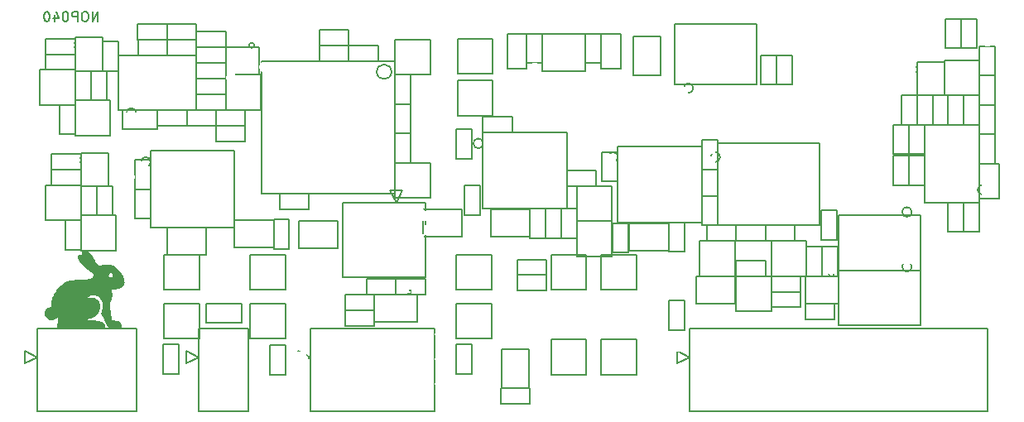
<source format=gbo>
G04 #@! TF.FileFunction,Legend,Bot*
%FSLAX46Y46*%
G04 Gerber Fmt 4.6, Leading zero omitted, Abs format (unit mm)*
G04 Created by KiCad (PCBNEW 4.0.6) date 08/12/17 18:49:30*
%MOMM*%
%LPD*%
G01*
G04 APERTURE LIST*
%ADD10C,0.100000*%
%ADD11C,0.200000*%
%ADD12C,0.152000*%
%ADD13C,0.150000*%
%ADD14C,0.010000*%
%ADD15R,0.550000X1.750000*%
%ADD16R,1.150000X1.200000*%
%ADD17R,1.850000X0.600000*%
%ADD18R,1.000000X1.100000*%
%ADD19R,1.100000X1.000000*%
%ADD20R,1.200000X1.150000*%
%ADD21C,1.100000*%
%ADD22C,7.700000*%
%ADD23R,2.000000X1.600000*%
%ADD24O,2.000000X1.600000*%
%ADD25R,1.200000X0.670000*%
%ADD26R,1.400000X1.650000*%
%ADD27R,1.650000X1.400000*%
%ADD28R,0.670000X1.200000*%
%ADD29R,1.100000X0.950000*%
%ADD30R,0.600000X1.850000*%
%ADD31R,0.800000X2.400000*%
%ADD32R,0.950000X0.450000*%
%ADD33R,2.400000X0.800000*%
%ADD34R,3.450000X1.200000*%
%ADD35R,1.900000X1.900000*%
%ADD36C,1.900000*%
%ADD37R,2.200000X2.200000*%
%ADD38O,2.200000X2.200000*%
%ADD39R,1.000000X1.000000*%
%ADD40R,0.750000X1.000000*%
%ADD41R,1.000000X0.750000*%
%ADD42R,1.200000X3.450000*%
%ADD43R,1.700000X0.500000*%
%ADD44R,0.500000X1.700000*%
G04 APERTURE END LIST*
D10*
D11*
X27138095Y-20252381D02*
X27138095Y-19252381D01*
X26566666Y-20252381D01*
X26566666Y-19252381D01*
X25900000Y-19252381D02*
X25709523Y-19252381D01*
X25614285Y-19300000D01*
X25519047Y-19395238D01*
X25471428Y-19585714D01*
X25471428Y-19919048D01*
X25519047Y-20109524D01*
X25614285Y-20204762D01*
X25709523Y-20252381D01*
X25900000Y-20252381D01*
X25995238Y-20204762D01*
X26090476Y-20109524D01*
X26138095Y-19919048D01*
X26138095Y-19585714D01*
X26090476Y-19395238D01*
X25995238Y-19300000D01*
X25900000Y-19252381D01*
X25042857Y-20252381D02*
X25042857Y-19252381D01*
X24661904Y-19252381D01*
X24566666Y-19300000D01*
X24519047Y-19347619D01*
X24471428Y-19442857D01*
X24471428Y-19585714D01*
X24519047Y-19680952D01*
X24566666Y-19728571D01*
X24661904Y-19776190D01*
X25042857Y-19776190D01*
X23852381Y-19252381D02*
X23757142Y-19252381D01*
X23661904Y-19300000D01*
X23614285Y-19347619D01*
X23566666Y-19442857D01*
X23519047Y-19633333D01*
X23519047Y-19871429D01*
X23566666Y-20061905D01*
X23614285Y-20157143D01*
X23661904Y-20204762D01*
X23757142Y-20252381D01*
X23852381Y-20252381D01*
X23947619Y-20204762D01*
X23995238Y-20157143D01*
X24042857Y-20061905D01*
X24090476Y-19871429D01*
X24090476Y-19633333D01*
X24042857Y-19442857D01*
X23995238Y-19347619D01*
X23947619Y-19300000D01*
X23852381Y-19252381D01*
X22661904Y-19585714D02*
X22661904Y-20252381D01*
X22900000Y-19204762D02*
X23138095Y-19919048D01*
X22519047Y-19919048D01*
X21947619Y-19252381D02*
X21852380Y-19252381D01*
X21757142Y-19300000D01*
X21709523Y-19347619D01*
X21661904Y-19442857D01*
X21614285Y-19633333D01*
X21614285Y-19871429D01*
X21661904Y-20061905D01*
X21709523Y-20157143D01*
X21757142Y-20204762D01*
X21852380Y-20252381D01*
X21947619Y-20252381D01*
X22042857Y-20204762D01*
X22090476Y-20157143D01*
X22138095Y-20061905D01*
X22185714Y-19871429D01*
X22185714Y-19633333D01*
X22138095Y-19442857D01*
X22090476Y-19347619D01*
X22042857Y-19300000D01*
X21947619Y-19252381D01*
D12*
X66500000Y-31600000D02*
X66500000Y-39400000D01*
X66500000Y-39400000D02*
X75100000Y-39400000D01*
X75100000Y-39400000D02*
X75100000Y-31600000D01*
X75100000Y-31600000D02*
X66500000Y-31600000D01*
X66525000Y-32725000D02*
G75*
G03X66525000Y-32725000I-500000J0D01*
G01*
X110100000Y-34000000D02*
X108500000Y-34000000D01*
X108500000Y-34000000D02*
X108500000Y-37000000D01*
X108500000Y-37000000D02*
X110100000Y-37000000D01*
X110100000Y-37000000D02*
X110100000Y-34000000D01*
X111300000Y-45700000D02*
X102900000Y-45700000D01*
X102900000Y-45700000D02*
X102900000Y-51300000D01*
X102900000Y-51300000D02*
X111300000Y-51300000D01*
X111300000Y-51300000D02*
X111300000Y-45700000D01*
X110375000Y-45350000D02*
G75*
G03X110375000Y-45350000I-500000J0D01*
G01*
X73500000Y-52800000D02*
X73500000Y-56400000D01*
X73500000Y-56400000D02*
X77100000Y-56400000D01*
X77100000Y-56400000D02*
X77100000Y-52800000D01*
X77100000Y-52800000D02*
X73500000Y-52800000D01*
X78600000Y-52800000D02*
X78600000Y-56400000D01*
X78600000Y-56400000D02*
X82200000Y-56400000D01*
X82200000Y-56400000D02*
X82200000Y-52800000D01*
X82200000Y-52800000D02*
X78600000Y-52800000D01*
X82201200Y-47700000D02*
X82201200Y-44100000D01*
X82201200Y-44100000D02*
X78601200Y-44100000D01*
X78601200Y-44100000D02*
X78601200Y-47700000D01*
X78601200Y-47700000D02*
X82201200Y-47700000D01*
X77100000Y-47700000D02*
X77100000Y-44100000D01*
X77100000Y-44100000D02*
X73500000Y-44100000D01*
X73500000Y-44100000D02*
X73500000Y-47700000D01*
X73500000Y-47700000D02*
X77100000Y-47700000D01*
X63800000Y-52700000D02*
X67400000Y-52700000D01*
X67400000Y-52700000D02*
X67400000Y-49100000D01*
X67400000Y-49100000D02*
X63800000Y-49100000D01*
X63800000Y-49100000D02*
X63800000Y-52700000D01*
X63800000Y-47700000D02*
X67400000Y-47700000D01*
X67400000Y-47700000D02*
X67400000Y-44100000D01*
X67400000Y-44100000D02*
X63800000Y-44100000D01*
X63800000Y-44100000D02*
X63800000Y-47700000D01*
X63900000Y-29900000D02*
X67500000Y-29900000D01*
X67500000Y-29900000D02*
X67500000Y-26300000D01*
X67500000Y-26300000D02*
X63900000Y-26300000D01*
X63900000Y-26300000D02*
X63900000Y-29900000D01*
X57500000Y-34700000D02*
X57500000Y-38300000D01*
X57500000Y-38300000D02*
X61100000Y-38300000D01*
X61100000Y-38300000D02*
X61100000Y-34700000D01*
X61100000Y-34700000D02*
X57500000Y-34700000D01*
X55800000Y-24300000D02*
X55800000Y-22700000D01*
X55800000Y-22700000D02*
X52800000Y-22700000D01*
X52800000Y-22700000D02*
X52800000Y-24300000D01*
X52800000Y-24300000D02*
X55800000Y-24300000D01*
X57500000Y-34700000D02*
X59100000Y-34700000D01*
X59100000Y-34700000D02*
X59100000Y-31700000D01*
X59100000Y-31700000D02*
X57500000Y-31700000D01*
X57500000Y-31700000D02*
X57500000Y-34700000D01*
X57500000Y-28700000D02*
X59100000Y-28700000D01*
X59100000Y-28700000D02*
X59100000Y-25700000D01*
X59100000Y-25700000D02*
X57500000Y-25700000D01*
X57500000Y-25700000D02*
X57500000Y-28700000D01*
X45700000Y-37900000D02*
X45700000Y-39500000D01*
X45700000Y-39500000D02*
X48700000Y-39500000D01*
X48700000Y-39500000D02*
X48700000Y-37900000D01*
X48700000Y-37900000D02*
X45700000Y-37900000D01*
X52800000Y-22700000D02*
X52800000Y-21100000D01*
X52800000Y-21100000D02*
X49800000Y-21100000D01*
X49800000Y-21100000D02*
X49800000Y-22700000D01*
X49800000Y-22700000D02*
X52800000Y-22700000D01*
X59100000Y-28700000D02*
X57500000Y-28700000D01*
X57500000Y-28700000D02*
X57500000Y-31700000D01*
X57500000Y-31700000D02*
X59100000Y-31700000D01*
X59100000Y-31700000D02*
X59100000Y-28700000D01*
X71000000Y-24500000D02*
X72600000Y-24500000D01*
X72600000Y-24500000D02*
X72600000Y-21500000D01*
X72600000Y-21500000D02*
X71000000Y-21500000D01*
X71000000Y-21500000D02*
X71000000Y-24500000D01*
X77000000Y-24500000D02*
X78600000Y-24500000D01*
X78600000Y-24500000D02*
X78600000Y-21500000D01*
X78600000Y-21500000D02*
X77000000Y-21500000D01*
X77000000Y-21500000D02*
X77000000Y-24500000D01*
X88900000Y-41100000D02*
X90500000Y-41100000D01*
X90500000Y-41100000D02*
X90500000Y-38100000D01*
X90500000Y-38100000D02*
X88900000Y-38100000D01*
X88900000Y-38100000D02*
X88900000Y-41100000D01*
X92400000Y-41100000D02*
X92400000Y-42700000D01*
X92400000Y-42700000D02*
X95400000Y-42700000D01*
X95400000Y-42700000D02*
X95400000Y-41100000D01*
X95400000Y-41100000D02*
X92400000Y-41100000D01*
X90500000Y-32400000D02*
X88900000Y-32400000D01*
X88900000Y-32400000D02*
X88900000Y-35400000D01*
X88900000Y-35400000D02*
X90500000Y-35400000D01*
X90500000Y-35400000D02*
X90500000Y-32400000D01*
X92400000Y-42700000D02*
X92400000Y-41100000D01*
X92400000Y-41100000D02*
X89400000Y-41100000D01*
X89400000Y-41100000D02*
X89400000Y-42700000D01*
X89400000Y-42700000D02*
X92400000Y-42700000D01*
X102700000Y-39600000D02*
X101100000Y-39600000D01*
X101100000Y-39600000D02*
X101100000Y-42600000D01*
X101100000Y-42600000D02*
X102700000Y-42600000D01*
X102700000Y-42600000D02*
X102700000Y-39600000D01*
X85500000Y-51800000D02*
X87100000Y-51800000D01*
X87100000Y-51800000D02*
X87100000Y-48800000D01*
X87100000Y-48800000D02*
X85500000Y-48800000D01*
X85500000Y-48800000D02*
X85500000Y-51800000D01*
X115700000Y-38800000D02*
X114100000Y-38800000D01*
X114100000Y-38800000D02*
X114100000Y-41800000D01*
X114100000Y-41800000D02*
X115700000Y-41800000D01*
X115700000Y-41800000D02*
X115700000Y-38800000D01*
X65400000Y-53300000D02*
X63800000Y-53300000D01*
X63800000Y-53300000D02*
X63800000Y-56300000D01*
X63800000Y-56300000D02*
X65400000Y-56300000D01*
X65400000Y-56300000D02*
X65400000Y-53300000D01*
X66500000Y-30000000D02*
X66500000Y-31600000D01*
X66500000Y-31600000D02*
X69500000Y-31600000D01*
X69500000Y-31600000D02*
X69500000Y-30000000D01*
X69500000Y-30000000D02*
X66500000Y-30000000D01*
X64600000Y-40050000D02*
X66200000Y-40050000D01*
X66200000Y-40050000D02*
X66200000Y-37050000D01*
X66200000Y-37050000D02*
X64600000Y-37050000D01*
X64600000Y-37050000D02*
X64600000Y-40050000D01*
X70000000Y-44600000D02*
X70000000Y-46200000D01*
X70000000Y-46200000D02*
X73000000Y-46200000D01*
X73000000Y-46200000D02*
X73000000Y-44600000D01*
X73000000Y-44600000D02*
X70000000Y-44600000D01*
X70000000Y-46200000D02*
X70000000Y-47800000D01*
X70000000Y-47800000D02*
X73000000Y-47800000D01*
X73000000Y-47800000D02*
X73000000Y-46200000D01*
X73000000Y-46200000D02*
X70000000Y-46200000D01*
X87100000Y-40800000D02*
X85500000Y-40800000D01*
X85500000Y-40800000D02*
X85500000Y-43800000D01*
X85500000Y-43800000D02*
X87100000Y-43800000D01*
X87100000Y-43800000D02*
X87100000Y-40800000D01*
X76100000Y-39400000D02*
X74500000Y-39400000D01*
X74500000Y-39400000D02*
X74500000Y-42400000D01*
X74500000Y-42400000D02*
X76100000Y-42400000D01*
X76100000Y-42400000D02*
X76100000Y-39400000D01*
X118900000Y-31800000D02*
X117300000Y-31800000D01*
X117300000Y-31800000D02*
X117300000Y-34800000D01*
X117300000Y-34800000D02*
X118900000Y-34800000D01*
X118900000Y-34800000D02*
X118900000Y-31800000D01*
X108500000Y-33800000D02*
X110100000Y-33800000D01*
X110100000Y-33800000D02*
X110100000Y-30800000D01*
X110100000Y-30800000D02*
X108500000Y-30800000D01*
X108500000Y-30800000D02*
X108500000Y-33800000D01*
X101200000Y-46300000D02*
X102800000Y-46300000D01*
X102800000Y-46300000D02*
X102800000Y-43300000D01*
X102800000Y-43300000D02*
X101200000Y-43300000D01*
X101200000Y-43300000D02*
X101200000Y-46300000D01*
X99600000Y-46300000D02*
X101200000Y-46300000D01*
X101200000Y-46300000D02*
X101200000Y-43300000D01*
X101200000Y-43300000D02*
X99600000Y-43300000D01*
X99600000Y-43300000D02*
X99600000Y-46300000D01*
X117300000Y-27800000D02*
X115700000Y-27800000D01*
X115700000Y-27800000D02*
X115700000Y-30800000D01*
X115700000Y-30800000D02*
X117300000Y-30800000D01*
X117300000Y-30800000D02*
X117300000Y-27800000D01*
X94900000Y-26700000D02*
X96500000Y-26700000D01*
X96500000Y-26700000D02*
X96500000Y-23700000D01*
X96500000Y-23700000D02*
X94900000Y-23700000D01*
X94900000Y-23700000D02*
X94900000Y-26700000D01*
X35400000Y-53300000D02*
X33800000Y-53300000D01*
X33800000Y-53300000D02*
X33800000Y-56300000D01*
X33800000Y-56300000D02*
X35400000Y-56300000D01*
X35400000Y-56300000D02*
X35400000Y-53300000D01*
X32500000Y-34400000D02*
X30900000Y-34400000D01*
X30900000Y-34400000D02*
X30900000Y-37400000D01*
X30900000Y-37400000D02*
X32500000Y-37400000D01*
X32500000Y-37400000D02*
X32500000Y-34400000D01*
X60600000Y-48200000D02*
X60600000Y-46600000D01*
X60600000Y-46600000D02*
X57600000Y-46600000D01*
X57600000Y-46600000D02*
X57600000Y-48200000D01*
X57600000Y-48200000D02*
X60600000Y-48200000D01*
X71300000Y-42400000D02*
X72900000Y-42400000D01*
X72900000Y-42400000D02*
X72900000Y-39400000D01*
X72900000Y-39400000D02*
X71300000Y-39400000D01*
X71300000Y-39400000D02*
X71300000Y-42400000D01*
X72900000Y-42400000D02*
X74500000Y-42400000D01*
X74500000Y-42400000D02*
X74500000Y-39400000D01*
X74500000Y-39400000D02*
X72900000Y-39400000D01*
X72900000Y-39400000D02*
X72900000Y-42400000D01*
X81400000Y-40900000D02*
X79800000Y-40900000D01*
X79800000Y-40900000D02*
X79800000Y-43900000D01*
X79800000Y-43900000D02*
X81400000Y-43900000D01*
X81400000Y-43900000D02*
X81400000Y-40900000D01*
X68300000Y-57800000D02*
X68300000Y-59400000D01*
X68300000Y-59400000D02*
X71300000Y-59400000D01*
X71300000Y-59400000D02*
X71300000Y-57800000D01*
X71300000Y-57800000D02*
X68300000Y-57800000D01*
X75100000Y-35500000D02*
X75100000Y-37100000D01*
X75100000Y-37100000D02*
X78100000Y-37100000D01*
X78100000Y-37100000D02*
X78100000Y-35500000D01*
X78100000Y-35500000D02*
X75100000Y-35500000D01*
X96000000Y-46300000D02*
X96000000Y-47900000D01*
X96000000Y-47900000D02*
X99000000Y-47900000D01*
X99000000Y-47900000D02*
X99000000Y-46300000D01*
X99000000Y-46300000D02*
X96000000Y-46300000D01*
X99000000Y-49500000D02*
X99000000Y-47900000D01*
X99000000Y-47900000D02*
X96000000Y-47900000D01*
X96000000Y-47900000D02*
X96000000Y-49500000D01*
X96000000Y-49500000D02*
X99000000Y-49500000D01*
X54600000Y-46600000D02*
X54600000Y-48200000D01*
X54600000Y-48200000D02*
X57600000Y-48200000D01*
X57600000Y-48200000D02*
X57600000Y-46600000D01*
X57600000Y-46600000D02*
X54600000Y-46600000D01*
X24800000Y-25200000D02*
X24800000Y-23600000D01*
X24800000Y-23600000D02*
X21800000Y-23600000D01*
X21800000Y-23600000D02*
X21800000Y-25200000D01*
X21800000Y-25200000D02*
X24800000Y-25200000D01*
X46300000Y-53400000D02*
X44700000Y-53400000D01*
X44700000Y-53400000D02*
X44700000Y-56400000D01*
X44700000Y-56400000D02*
X46300000Y-56400000D01*
X46300000Y-56400000D02*
X46300000Y-53400000D01*
X36214599Y-30899311D02*
X36214599Y-29299311D01*
X36214599Y-29299311D02*
X33214599Y-29299311D01*
X33214599Y-29299311D02*
X33214599Y-30899311D01*
X33214599Y-30899311D02*
X36214599Y-30899311D01*
X34214599Y-20499311D02*
X34214599Y-22099311D01*
X34214599Y-22099311D02*
X37214599Y-22099311D01*
X37214599Y-22099311D02*
X37214599Y-20499311D01*
X37214599Y-20499311D02*
X34214599Y-20499311D01*
X25400000Y-35400000D02*
X25400000Y-33800000D01*
X25400000Y-33800000D02*
X22400000Y-33800000D01*
X22400000Y-33800000D02*
X22400000Y-35400000D01*
X22400000Y-35400000D02*
X25400000Y-35400000D01*
X25400000Y-37000000D02*
X25400000Y-35400000D01*
X25400000Y-35400000D02*
X22400000Y-35400000D01*
X22400000Y-35400000D02*
X22400000Y-37000000D01*
X22400000Y-37000000D02*
X25400000Y-37000000D01*
X63900000Y-25600000D02*
X67500000Y-25600000D01*
X67500000Y-25600000D02*
X67500000Y-22000000D01*
X67500000Y-22000000D02*
X63900000Y-22000000D01*
X63900000Y-22000000D02*
X63900000Y-25600000D01*
X33900000Y-47700000D02*
X37500000Y-47700000D01*
X37500000Y-47700000D02*
X37500000Y-44100000D01*
X37500000Y-44100000D02*
X33900000Y-44100000D01*
X33900000Y-44100000D02*
X33900000Y-47700000D01*
X33900000Y-52700000D02*
X37500000Y-52700000D01*
X37500000Y-52700000D02*
X37500000Y-49100000D01*
X37500000Y-49100000D02*
X33900000Y-49100000D01*
X33900000Y-49100000D02*
X33900000Y-52700000D01*
X46300000Y-44100000D02*
X42700000Y-44100000D01*
X42700000Y-44100000D02*
X42700000Y-47700000D01*
X42700000Y-47700000D02*
X46300000Y-47700000D01*
X46300000Y-47700000D02*
X46300000Y-44100000D01*
X46300000Y-49100000D02*
X42700000Y-49100000D01*
X42700000Y-49100000D02*
X42700000Y-52700000D01*
X42700000Y-52700000D02*
X46300000Y-52700000D01*
X46300000Y-52700000D02*
X46300000Y-49100000D01*
X110100000Y-37000000D02*
X111700000Y-37000000D01*
X111700000Y-37000000D02*
X111700000Y-34000000D01*
X111700000Y-34000000D02*
X110100000Y-34000000D01*
X110100000Y-34000000D02*
X110100000Y-37000000D01*
X111700000Y-30800000D02*
X110100000Y-30800000D01*
X110100000Y-30800000D02*
X110100000Y-33800000D01*
X110100000Y-33800000D02*
X111700000Y-33800000D01*
X111700000Y-33800000D02*
X111700000Y-30800000D01*
X95400000Y-46300000D02*
X95400000Y-44700000D01*
X95400000Y-44700000D02*
X92400000Y-44700000D01*
X92400000Y-44700000D02*
X92400000Y-46300000D01*
X92400000Y-46300000D02*
X95400000Y-46300000D01*
X102500000Y-50700000D02*
X102500000Y-49100000D01*
X102500000Y-49100000D02*
X99500000Y-49100000D01*
X99500000Y-49100000D02*
X99500000Y-50700000D01*
X99500000Y-50700000D02*
X102500000Y-50700000D01*
X115700000Y-27800000D02*
X114100000Y-27800000D01*
X114100000Y-27800000D02*
X114100000Y-30800000D01*
X114100000Y-30800000D02*
X115700000Y-30800000D01*
X115700000Y-30800000D02*
X115700000Y-27800000D01*
X114100000Y-27800000D02*
X112500000Y-27800000D01*
X112500000Y-27800000D02*
X112500000Y-30800000D01*
X112500000Y-30800000D02*
X114100000Y-30800000D01*
X114100000Y-30800000D02*
X114100000Y-27800000D01*
X112500000Y-27800000D02*
X110900000Y-27800000D01*
X110900000Y-27800000D02*
X110900000Y-30800000D01*
X110900000Y-30800000D02*
X112500000Y-30800000D01*
X112500000Y-30800000D02*
X112500000Y-27800000D01*
X110900000Y-27800000D02*
X109300000Y-27800000D01*
X109300000Y-27800000D02*
X109300000Y-30800000D01*
X109300000Y-30800000D02*
X110900000Y-30800000D01*
X110900000Y-30800000D02*
X110900000Y-27800000D01*
X118900000Y-22800000D02*
X117300000Y-22800000D01*
X117300000Y-22800000D02*
X117300000Y-25800000D01*
X117300000Y-25800000D02*
X118900000Y-25800000D01*
X118900000Y-25800000D02*
X118900000Y-22800000D01*
X117300000Y-28800000D02*
X118900000Y-28800000D01*
X118900000Y-28800000D02*
X118900000Y-25800000D01*
X118900000Y-25800000D02*
X117300000Y-25800000D01*
X117300000Y-25800000D02*
X117300000Y-28800000D01*
X98100000Y-23700000D02*
X96500000Y-23700000D01*
X96500000Y-23700000D02*
X96500000Y-26700000D01*
X96500000Y-26700000D02*
X98100000Y-26700000D01*
X98100000Y-26700000D02*
X98100000Y-23700000D01*
X55400000Y-49800000D02*
X55400000Y-48200000D01*
X55400000Y-48200000D02*
X52400000Y-48200000D01*
X52400000Y-48200000D02*
X52400000Y-49800000D01*
X52400000Y-49800000D02*
X55400000Y-49800000D01*
X55400000Y-51400000D02*
X55400000Y-49800000D01*
X55400000Y-49800000D02*
X52400000Y-49800000D01*
X52400000Y-49800000D02*
X52400000Y-51400000D01*
X52400000Y-51400000D02*
X55400000Y-51400000D01*
X24800000Y-28300000D02*
X26400000Y-28300000D01*
X26400000Y-28300000D02*
X26400000Y-25300000D01*
X26400000Y-25300000D02*
X24800000Y-25300000D01*
X24800000Y-25300000D02*
X24800000Y-28300000D01*
X28000000Y-25300000D02*
X26400000Y-25300000D01*
X26400000Y-25300000D02*
X26400000Y-28300000D01*
X26400000Y-28300000D02*
X28000000Y-28300000D01*
X28000000Y-28300000D02*
X28000000Y-25300000D01*
X24800000Y-28800000D02*
X23200000Y-28800000D01*
X23200000Y-28800000D02*
X23200000Y-31800000D01*
X23200000Y-31800000D02*
X24800000Y-31800000D01*
X24800000Y-31800000D02*
X24800000Y-28800000D01*
X29200000Y-22300000D02*
X27600000Y-22300000D01*
X27600000Y-22300000D02*
X27600000Y-25300000D01*
X27600000Y-25300000D02*
X29200000Y-25300000D01*
X29200000Y-25300000D02*
X29200000Y-22300000D01*
X25400000Y-40100000D02*
X27000000Y-40100000D01*
X27000000Y-40100000D02*
X27000000Y-37100000D01*
X27000000Y-37100000D02*
X25400000Y-37100000D01*
X25400000Y-37100000D02*
X25400000Y-40100000D01*
X34200000Y-22100000D02*
X34200000Y-20500000D01*
X34200000Y-20500000D02*
X31200000Y-20500000D01*
X31200000Y-20500000D02*
X31200000Y-22100000D01*
X31200000Y-22100000D02*
X34200000Y-22100000D01*
X31214599Y-22099311D02*
X31214599Y-23699311D01*
X31214599Y-23699311D02*
X34214599Y-23699311D01*
X34214599Y-23699311D02*
X34214599Y-22099311D01*
X34214599Y-22099311D02*
X31214599Y-22099311D01*
X28600000Y-37100000D02*
X27000000Y-37100000D01*
X27000000Y-37100000D02*
X27000000Y-40100000D01*
X27000000Y-40100000D02*
X28600000Y-40100000D01*
X28600000Y-40100000D02*
X28600000Y-37100000D01*
X37214599Y-23699311D02*
X37214599Y-22099311D01*
X37214599Y-22099311D02*
X34214599Y-22099311D01*
X34214599Y-22099311D02*
X34214599Y-23699311D01*
X34214599Y-23699311D02*
X37214599Y-23699311D01*
X25400000Y-40600000D02*
X23800000Y-40600000D01*
X23800000Y-40600000D02*
X23800000Y-43600000D01*
X23800000Y-43600000D02*
X25400000Y-43600000D01*
X25400000Y-43600000D02*
X25400000Y-40600000D01*
X40214599Y-27699311D02*
X40214599Y-26099311D01*
X40214599Y-26099311D02*
X37214599Y-26099311D01*
X37214599Y-26099311D02*
X37214599Y-27699311D01*
X37214599Y-27699311D02*
X40214599Y-27699311D01*
X40214599Y-26099311D02*
X40214599Y-24499311D01*
X40214599Y-24499311D02*
X37214599Y-24499311D01*
X37214599Y-24499311D02*
X37214599Y-26099311D01*
X37214599Y-26099311D02*
X40214599Y-26099311D01*
X40214599Y-24499311D02*
X40214599Y-22899311D01*
X40214599Y-22899311D02*
X37214599Y-22899311D01*
X37214599Y-22899311D02*
X37214599Y-24499311D01*
X37214599Y-24499311D02*
X40214599Y-24499311D01*
X80300000Y-33000000D02*
X80300000Y-40800000D01*
X80300000Y-40800000D02*
X88900000Y-40800000D01*
X88900000Y-40800000D02*
X88900000Y-33000000D01*
X88900000Y-33000000D02*
X80300000Y-33000000D01*
X80325000Y-34125000D02*
G75*
G03X80325000Y-34125000I-500000J0D01*
G01*
X102900000Y-46300000D02*
X99500000Y-46300000D01*
X99500000Y-46300000D02*
X99500000Y-49100000D01*
X99500000Y-49100000D02*
X102900000Y-49100000D01*
X102900000Y-49100000D02*
X102900000Y-46300000D01*
X102401000Y-46087000D02*
G75*
G03X102401000Y-46087000I-263000J0D01*
G01*
X38200000Y-49100000D02*
X38200000Y-51100000D01*
X38200000Y-51100000D02*
X41800000Y-51100000D01*
X41800000Y-51100000D02*
X41800000Y-49100000D01*
X41800000Y-49100000D02*
X38200000Y-49100000D01*
X69000000Y-25100000D02*
X71000000Y-25100000D01*
X71000000Y-25100000D02*
X71000000Y-21500000D01*
X71000000Y-21500000D02*
X69000000Y-21500000D01*
X69000000Y-21500000D02*
X69000000Y-25100000D01*
X78600000Y-25100000D02*
X80600000Y-25100000D01*
X80600000Y-25100000D02*
X80600000Y-21500000D01*
X80600000Y-21500000D02*
X78600000Y-21500000D01*
X78600000Y-21500000D02*
X78600000Y-25100000D01*
X80300000Y-33600000D02*
X78700000Y-33600000D01*
X78700000Y-33600000D02*
X78700000Y-36600000D01*
X78700000Y-36600000D02*
X80300000Y-36600000D01*
X80300000Y-36600000D02*
X80300000Y-33600000D01*
X65400000Y-31300000D02*
X63800000Y-31300000D01*
X63800000Y-31300000D02*
X63800000Y-34300000D01*
X63800000Y-34300000D02*
X65400000Y-34300000D01*
X65400000Y-34300000D02*
X65400000Y-31300000D01*
X117300000Y-38400000D02*
X119300000Y-38400000D01*
X119300000Y-38400000D02*
X119300000Y-34800000D01*
X119300000Y-34800000D02*
X117300000Y-34800000D01*
X117300000Y-34800000D02*
X117300000Y-38400000D01*
X118900000Y-28800000D02*
X117300000Y-28800000D01*
X117300000Y-28800000D02*
X117300000Y-31800000D01*
X117300000Y-31800000D02*
X118900000Y-31800000D01*
X118900000Y-31800000D02*
X118900000Y-28800000D01*
X30900000Y-40400000D02*
X32500000Y-40400000D01*
X32500000Y-40400000D02*
X32500000Y-37400000D01*
X32500000Y-37400000D02*
X30900000Y-37400000D01*
X30900000Y-37400000D02*
X30900000Y-40400000D01*
X24800000Y-23600000D02*
X24800000Y-22000000D01*
X24800000Y-22000000D02*
X21800000Y-22000000D01*
X21800000Y-22000000D02*
X21800000Y-23600000D01*
X21800000Y-23600000D02*
X24800000Y-23600000D01*
X29614599Y-29299311D02*
X29614599Y-31299311D01*
X29614599Y-31299311D02*
X33214599Y-31299311D01*
X33214599Y-31299311D02*
X33214599Y-29299311D01*
X33214599Y-29299311D02*
X29614599Y-29299311D01*
X39214599Y-30899311D02*
X39214599Y-29299311D01*
X39214599Y-29299311D02*
X36214599Y-29299311D01*
X36214599Y-29299311D02*
X36214599Y-30899311D01*
X36214599Y-30899311D02*
X39214599Y-30899311D01*
X40214599Y-29299311D02*
X40214599Y-27699311D01*
X40214599Y-27699311D02*
X37214599Y-27699311D01*
X37214599Y-27699311D02*
X37214599Y-29299311D01*
X37214599Y-29299311D02*
X40214599Y-29299311D01*
X61100000Y-22100000D02*
X57500000Y-22100000D01*
X57500000Y-22100000D02*
X57500000Y-25700000D01*
X57500000Y-25700000D02*
X61100000Y-25700000D01*
X61100000Y-25700000D02*
X61100000Y-22100000D01*
X96000000Y-42700000D02*
X96000000Y-46300000D01*
X96000000Y-46300000D02*
X99600000Y-46300000D01*
X99600000Y-46300000D02*
X99600000Y-42700000D01*
X99600000Y-42700000D02*
X96000000Y-42700000D01*
X110900000Y-24400000D02*
X110900000Y-27800000D01*
X110900000Y-27800000D02*
X113700000Y-27800000D01*
X113700000Y-27800000D02*
X113700000Y-24400000D01*
X113700000Y-24400000D02*
X110900000Y-24400000D01*
X110950000Y-25162000D02*
G75*
G03X110950000Y-25162000I-263000J0D01*
G01*
X21800000Y-40600000D02*
X25400000Y-40600000D01*
X25400000Y-40600000D02*
X25400000Y-37000000D01*
X25400000Y-37000000D02*
X21800000Y-37000000D01*
X21800000Y-37000000D02*
X21800000Y-40600000D01*
X43614599Y-22899311D02*
X40214599Y-22899311D01*
X40214599Y-22899311D02*
X40214599Y-25699311D01*
X40214599Y-25699311D02*
X43614599Y-25699311D01*
X43614599Y-25699311D02*
X43614599Y-22899311D01*
X43115599Y-22686311D02*
G75*
G03X43115599Y-22686311I-263000J0D01*
G01*
X40214599Y-22899311D02*
X40214599Y-21299311D01*
X40214599Y-21299311D02*
X37214599Y-21299311D01*
X37214599Y-21299311D02*
X37214599Y-22899311D01*
X37214599Y-22899311D02*
X40214599Y-22899311D01*
X72600000Y-25300000D02*
X77000000Y-25300000D01*
X77000000Y-25300000D02*
X77000000Y-21500000D01*
X77000000Y-21500000D02*
X72600000Y-21500000D01*
X72600000Y-21500000D02*
X72600000Y-25300000D01*
X111300000Y-40100000D02*
X102900000Y-40100000D01*
X102900000Y-40100000D02*
X102900000Y-45700000D01*
X102900000Y-45700000D02*
X111300000Y-45700000D01*
X111300000Y-45700000D02*
X111300000Y-40100000D01*
X110375000Y-39750000D02*
G75*
G03X110375000Y-39750000I-500000J0D01*
G01*
X90500000Y-32700000D02*
X90500000Y-41100000D01*
X90500000Y-41100000D02*
X100900000Y-41100000D01*
X100900000Y-41100000D02*
X100900000Y-32700000D01*
X100900000Y-32700000D02*
X90500000Y-32700000D01*
X90775000Y-34125000D02*
G75*
G03X90775000Y-34125000I-500000J0D01*
G01*
X117300000Y-38800000D02*
X117300000Y-30800000D01*
X117300000Y-30800000D02*
X111700000Y-30800000D01*
X111700000Y-30800000D02*
X111700000Y-38800000D01*
X111700000Y-38800000D02*
X117300000Y-38800000D01*
X118105000Y-37470000D02*
G75*
G03X118105000Y-37470000I-500000J0D01*
G01*
X86100000Y-26700000D02*
X94500000Y-26700000D01*
X94500000Y-26700000D02*
X94500000Y-20500000D01*
X94500000Y-20500000D02*
X86100000Y-20500000D01*
X86100000Y-20500000D02*
X86100000Y-26700000D01*
X88025000Y-27075000D02*
G75*
G03X88025000Y-27075000I-500000J0D01*
G01*
X32500000Y-33500000D02*
X32500000Y-41300000D01*
X32500000Y-41300000D02*
X41100000Y-41300000D01*
X41100000Y-41300000D02*
X41100000Y-33500000D01*
X41100000Y-33500000D02*
X32500000Y-33500000D01*
X32525000Y-34625000D02*
G75*
G03X32525000Y-34625000I-500000J0D01*
G01*
X59800000Y-48200000D02*
X55400000Y-48200000D01*
X55400000Y-48200000D02*
X55400000Y-51000000D01*
X55400000Y-51000000D02*
X59800000Y-51000000D01*
X59800000Y-51000000D02*
X59800000Y-48200000D01*
X59200000Y-47950000D02*
G75*
G03X59200000Y-47950000I-200000J0D01*
G01*
X24800000Y-21900000D02*
X24800000Y-25300000D01*
X24800000Y-25300000D02*
X27600000Y-25300000D01*
X27600000Y-25300000D02*
X27600000Y-21900000D01*
X27600000Y-21900000D02*
X24800000Y-21900000D01*
X24850000Y-22662000D02*
G75*
G03X24850000Y-22662000I-263000J0D01*
G01*
X25400000Y-33700000D02*
X25400000Y-37100000D01*
X25400000Y-37100000D02*
X28200000Y-37100000D01*
X28200000Y-37100000D02*
X28200000Y-33700000D01*
X28200000Y-33700000D02*
X25400000Y-33700000D01*
X25450000Y-34462000D02*
G75*
G03X25450000Y-34462000I-263000J0D01*
G01*
X29214599Y-29299311D02*
X37214599Y-29299311D01*
X37214599Y-29299311D02*
X37214599Y-23699311D01*
X37214599Y-23699311D02*
X29214599Y-23699311D01*
X29214599Y-23699311D02*
X29214599Y-29299311D01*
X31044599Y-29604311D02*
G75*
G03X31044599Y-29604311I-500000J0D01*
G01*
D13*
X52150000Y-38790000D02*
X60650000Y-38790000D01*
X60650000Y-38790000D02*
X60650000Y-46410000D01*
X60650000Y-46410000D02*
X52150000Y-46410000D01*
X52150000Y-46410000D02*
X52150000Y-38790000D01*
X57670000Y-38790000D02*
X58305000Y-37520000D01*
X58305000Y-37520000D02*
X57035000Y-37520000D01*
X57670000Y-38790000D02*
X57035000Y-37520000D01*
D12*
X79700000Y-40700000D02*
X76100000Y-40700000D01*
X76100000Y-40700000D02*
X76100000Y-44300000D01*
X76100000Y-44300000D02*
X79700000Y-44300000D01*
X79700000Y-44300000D02*
X79700000Y-40700000D01*
X113700000Y-24200000D02*
X113700000Y-27800000D01*
X113700000Y-27800000D02*
X117300000Y-27800000D01*
X117300000Y-27800000D02*
X117300000Y-24200000D01*
X117300000Y-24200000D02*
X113700000Y-24200000D01*
X21200000Y-28800000D02*
X24800000Y-28800000D01*
X24800000Y-28800000D02*
X24800000Y-25200000D01*
X24800000Y-25200000D02*
X21200000Y-25200000D01*
X21200000Y-25200000D02*
X21200000Y-28800000D01*
X43814599Y-25699311D02*
X40214599Y-25699311D01*
X40214599Y-25699311D02*
X40214599Y-29299311D01*
X40214599Y-29299311D02*
X43814599Y-29299311D01*
X43814599Y-29299311D02*
X43814599Y-25699311D01*
X49800000Y-22700000D02*
X49800000Y-24300000D01*
X49800000Y-24300000D02*
X52800000Y-24300000D01*
X52800000Y-24300000D02*
X52800000Y-22700000D01*
X52800000Y-22700000D02*
X49800000Y-22700000D01*
X113800000Y-23000000D02*
X115400000Y-23000000D01*
X115400000Y-23000000D02*
X115400000Y-20000000D01*
X115400000Y-20000000D02*
X113800000Y-20000000D01*
X113800000Y-20000000D02*
X113800000Y-23000000D01*
X115400000Y-23000000D02*
X117000000Y-23000000D01*
X117000000Y-23000000D02*
X117000000Y-20000000D01*
X117000000Y-20000000D02*
X115400000Y-20000000D01*
X115400000Y-20000000D02*
X115400000Y-23000000D01*
X117300000Y-38800000D02*
X115700000Y-38800000D01*
X115700000Y-38800000D02*
X115700000Y-41800000D01*
X115700000Y-41800000D02*
X117300000Y-41800000D01*
X117300000Y-41800000D02*
X117300000Y-38800000D01*
X42214599Y-32499311D02*
X42214599Y-30899311D01*
X42214599Y-30899311D02*
X39214599Y-30899311D01*
X39214599Y-30899311D02*
X39214599Y-32499311D01*
X39214599Y-32499311D02*
X42214599Y-32499311D01*
X39214599Y-29299311D02*
X39214599Y-30899311D01*
X39214599Y-30899311D02*
X42214599Y-30899311D01*
X42214599Y-30899311D02*
X42214599Y-29299311D01*
X42214599Y-29299311D02*
X39214599Y-29299311D01*
X46700000Y-40500000D02*
X45100000Y-40500000D01*
X45100000Y-40500000D02*
X45100000Y-43500000D01*
X45100000Y-43500000D02*
X46700000Y-43500000D01*
X46700000Y-43500000D02*
X46700000Y-40500000D01*
X88700000Y-46300000D02*
X92300000Y-46300000D01*
X92300000Y-46300000D02*
X92300000Y-42700000D01*
X92300000Y-42700000D02*
X88700000Y-42700000D01*
X88700000Y-42700000D02*
X88700000Y-46300000D01*
X95400000Y-41100000D02*
X95400000Y-42700000D01*
X95400000Y-42700000D02*
X98400000Y-42700000D01*
X98400000Y-42700000D02*
X98400000Y-41100000D01*
X98400000Y-41100000D02*
X95400000Y-41100000D01*
X76100000Y-37100000D02*
X76100000Y-40700000D01*
X76100000Y-40700000D02*
X79700000Y-40700000D01*
X79700000Y-40700000D02*
X79700000Y-37100000D01*
X79700000Y-37100000D02*
X76100000Y-37100000D01*
X92400000Y-46300000D02*
X92400000Y-49900000D01*
X92400000Y-49900000D02*
X96000000Y-49900000D01*
X96000000Y-49900000D02*
X96000000Y-46300000D01*
X96000000Y-46300000D02*
X92400000Y-46300000D01*
X24800000Y-31900000D02*
X28400000Y-31900000D01*
X28400000Y-31900000D02*
X28400000Y-28300000D01*
X28400000Y-28300000D02*
X24800000Y-28300000D01*
X24800000Y-28300000D02*
X24800000Y-31900000D01*
X25400000Y-43700000D02*
X29000000Y-43700000D01*
X29000000Y-43700000D02*
X29000000Y-40100000D01*
X29000000Y-40100000D02*
X25400000Y-40100000D01*
X25400000Y-40100000D02*
X25400000Y-43700000D01*
X51700000Y-43425000D02*
X51700000Y-40625000D01*
X51700000Y-40625000D02*
X47700000Y-40625000D01*
X47700000Y-40625000D02*
X47700000Y-43425000D01*
X47700000Y-43425000D02*
X51700000Y-43425000D01*
X92300000Y-49100000D02*
X92300000Y-46300000D01*
X92300000Y-46300000D02*
X88300000Y-46300000D01*
X88300000Y-46300000D02*
X88300000Y-49100000D01*
X88300000Y-49100000D02*
X92300000Y-49100000D01*
X71200000Y-53800000D02*
X68400000Y-53800000D01*
X68400000Y-53800000D02*
X68400000Y-57800000D01*
X68400000Y-57800000D02*
X71200000Y-57800000D01*
X71200000Y-57800000D02*
X71200000Y-53800000D01*
X85500000Y-43700000D02*
X85500000Y-40900000D01*
X85500000Y-40900000D02*
X81500000Y-40900000D01*
X81500000Y-40900000D02*
X81500000Y-43700000D01*
X81500000Y-43700000D02*
X85500000Y-43700000D01*
X71300000Y-42300000D02*
X71300000Y-39500000D01*
X71300000Y-39500000D02*
X67300000Y-39500000D01*
X67300000Y-39500000D02*
X67300000Y-42300000D01*
X67300000Y-42300000D02*
X71300000Y-42300000D01*
X81900000Y-25800000D02*
X84700000Y-25800000D01*
X84700000Y-25800000D02*
X84700000Y-21800000D01*
X84700000Y-21800000D02*
X81900000Y-21800000D01*
X81900000Y-21800000D02*
X81900000Y-25800000D01*
X38200000Y-44100000D02*
X38200000Y-41300000D01*
X38200000Y-41300000D02*
X34200000Y-41300000D01*
X34200000Y-41300000D02*
X34200000Y-44100000D01*
X34200000Y-44100000D02*
X38200000Y-44100000D01*
X41100000Y-40600000D02*
X41100000Y-43400000D01*
X41100000Y-43400000D02*
X45100000Y-43400000D01*
X45100000Y-43400000D02*
X45100000Y-40600000D01*
X45100000Y-40600000D02*
X41100000Y-40600000D01*
X64400000Y-42300000D02*
X64400000Y-39500000D01*
X64400000Y-39500000D02*
X60400000Y-39500000D01*
X60400000Y-39500000D02*
X60400000Y-42300000D01*
X60400000Y-42300000D02*
X64400000Y-42300000D01*
D13*
X20955000Y-60130000D02*
X20955000Y-51630000D01*
X20955000Y-51630000D02*
X31115000Y-51630000D01*
X31115000Y-51630000D02*
X31115000Y-60130000D01*
X31115000Y-60130000D02*
X20955000Y-60130000D01*
X20955000Y-54610000D02*
X19685000Y-53975000D01*
X19685000Y-53975000D02*
X19685000Y-55245000D01*
X20955000Y-54610000D02*
X19685000Y-55245000D01*
X37465000Y-60130000D02*
X37465000Y-51630000D01*
X37465000Y-51630000D02*
X42545000Y-51630000D01*
X42545000Y-51630000D02*
X42545000Y-60130000D01*
X42545000Y-60130000D02*
X37465000Y-60130000D01*
X37465000Y-54610000D02*
X36195000Y-53975000D01*
X36195000Y-53975000D02*
X36195000Y-55245000D01*
X37465000Y-54610000D02*
X36195000Y-55245000D01*
X48895000Y-60130000D02*
X48895000Y-51630000D01*
X48895000Y-51630000D02*
X61595000Y-51630000D01*
X61595000Y-51630000D02*
X61595000Y-60130000D01*
X61595000Y-60130000D02*
X48895000Y-60130000D01*
X48895000Y-54610000D02*
X47625000Y-53975000D01*
X47625000Y-53975000D02*
X47625000Y-55245000D01*
X48895000Y-54610000D02*
X47625000Y-55245000D01*
X87630000Y-60130000D02*
X87630000Y-51630000D01*
X87630000Y-51630000D02*
X118110000Y-51630000D01*
X118110000Y-51630000D02*
X118110000Y-60130000D01*
X118110000Y-60130000D02*
X87630000Y-60130000D01*
X87630000Y-54610000D02*
X86360000Y-53975000D01*
X86360000Y-53975000D02*
X86360000Y-55245000D01*
X87630000Y-54610000D02*
X86360000Y-55245000D01*
D12*
X57150000Y-25400000D02*
G75*
G03X57150000Y-25400000I-750000J0D01*
G01*
X57500000Y-37900000D02*
X57500000Y-24300000D01*
X57500000Y-24300000D02*
X43900000Y-24300000D01*
X43900000Y-24300000D02*
X43900000Y-37900000D01*
X43900000Y-37900000D02*
X57500000Y-37900000D01*
D14*
G36*
X25655032Y-43697520D02*
X25578958Y-43726393D01*
X25514733Y-43778857D01*
X25476537Y-43849446D01*
X25464358Y-43938193D01*
X25478188Y-44045133D01*
X25478370Y-44045917D01*
X25491732Y-44103397D01*
X25346478Y-44110994D01*
X25259593Y-44117668D01*
X25197638Y-44128819D01*
X25153849Y-44147084D01*
X25121458Y-44175101D01*
X25098335Y-44207731D01*
X25070231Y-44283943D01*
X25069038Y-44374797D01*
X25094132Y-44479136D01*
X25144884Y-44595801D01*
X25220670Y-44723635D01*
X25320861Y-44861480D01*
X25444831Y-45008178D01*
X25591954Y-45162570D01*
X25641240Y-45210919D01*
X25781146Y-45340914D01*
X25931745Y-45471488D01*
X26087649Y-45598501D01*
X26243473Y-45717816D01*
X26393830Y-45825292D01*
X26533334Y-45916792D01*
X26643802Y-45981328D01*
X26683683Y-46007865D01*
X26696820Y-46031548D01*
X26695376Y-46041689D01*
X26689049Y-46070840D01*
X26680870Y-46120790D01*
X26672597Y-46180794D01*
X26672501Y-46181552D01*
X26651445Y-46288487D01*
X26615596Y-46372323D01*
X26560424Y-46440007D01*
X26481403Y-46498484D01*
X26456438Y-46513012D01*
X26396427Y-46542531D01*
X26327243Y-46568443D01*
X26246242Y-46591125D01*
X26150783Y-46610952D01*
X26038222Y-46628301D01*
X25905916Y-46643548D01*
X25751223Y-46657069D01*
X25571499Y-46669240D01*
X25364103Y-46680438D01*
X25239225Y-46686231D01*
X25054916Y-46694547D01*
X24898422Y-46702144D01*
X24765831Y-46709472D01*
X24653229Y-46716980D01*
X24556704Y-46725117D01*
X24472344Y-46734332D01*
X24396234Y-46745075D01*
X24324462Y-46757794D01*
X24253115Y-46772939D01*
X24178280Y-46790958D01*
X24096045Y-46812301D01*
X24062268Y-46821315D01*
X23933423Y-46863885D01*
X23805576Y-46923083D01*
X23675765Y-47000973D01*
X23541030Y-47099619D01*
X23398410Y-47221088D01*
X23244945Y-47367442D01*
X23170251Y-47443320D01*
X22994069Y-47636474D01*
X22843562Y-47826404D01*
X22714138Y-48019468D01*
X22601204Y-48222023D01*
X22586757Y-48250875D01*
X22489243Y-48471248D01*
X22418522Y-48686602D01*
X22372608Y-48905336D01*
X22349518Y-49135848D01*
X22345827Y-49270800D01*
X22344813Y-49489037D01*
X22289200Y-49489081D01*
X22231179Y-49495413D01*
X22156933Y-49511944D01*
X22078835Y-49535087D01*
X22009261Y-49561252D01*
X21967257Y-49582441D01*
X21883512Y-49648934D01*
X21805982Y-49737316D01*
X21742986Y-49837797D01*
X21732994Y-49858201D01*
X21709709Y-49910377D01*
X21695411Y-49952255D01*
X21688309Y-49994373D01*
X21686612Y-50047271D01*
X21688481Y-50120138D01*
X21692434Y-50197860D01*
X21699331Y-50254431D01*
X21711439Y-50300445D01*
X21731024Y-50346495D01*
X21741313Y-50367013D01*
X21819030Y-50483903D01*
X21921390Y-50581242D01*
X22031716Y-50650159D01*
X22076726Y-50672354D01*
X22113467Y-50687331D01*
X22149980Y-50696486D01*
X22194309Y-50701212D01*
X22254497Y-50702906D01*
X22336194Y-50702969D01*
X22420303Y-50702309D01*
X22482568Y-50699728D01*
X22532894Y-50693443D01*
X22581185Y-50681670D01*
X22637349Y-50662626D01*
X22706810Y-50636255D01*
X22783166Y-50604761D01*
X22855478Y-50571326D01*
X22914365Y-50540478D01*
X22944381Y-50521543D01*
X23010455Y-50472952D01*
X23033589Y-50516820D01*
X23045838Y-50554083D01*
X23056533Y-50611347D01*
X23063533Y-50676869D01*
X23063948Y-50683432D01*
X23065149Y-50744698D01*
X23061061Y-50810662D01*
X23050844Y-50886322D01*
X23033657Y-50976674D01*
X23008658Y-51086716D01*
X22975009Y-51221443D01*
X22970472Y-51239033D01*
X22951771Y-51342177D01*
X22956077Y-51425148D01*
X22985243Y-51491451D01*
X23041125Y-51544594D01*
X23125579Y-51588081D01*
X23162375Y-51601720D01*
X23240697Y-51620537D01*
X23348477Y-51633641D01*
X23483941Y-51641013D01*
X23645311Y-51642629D01*
X23830811Y-51638470D01*
X24038664Y-51628512D01*
X24241875Y-51614692D01*
X24343275Y-51607196D01*
X24435119Y-51601146D01*
X24521964Y-51596467D01*
X24608368Y-51593085D01*
X24698887Y-51590926D01*
X24798079Y-51589915D01*
X24910499Y-51589978D01*
X25040706Y-51591041D01*
X25193256Y-51593029D01*
X25372705Y-51595870D01*
X25384875Y-51596073D01*
X25724542Y-51601396D01*
X26033595Y-51605445D01*
X26313148Y-51608197D01*
X26564314Y-51609628D01*
X26788203Y-51609713D01*
X26985930Y-51608429D01*
X27158606Y-51605753D01*
X27307344Y-51601659D01*
X27433256Y-51596125D01*
X27537455Y-51589126D01*
X27621053Y-51580638D01*
X27685164Y-51570638D01*
X27730898Y-51559102D01*
X27759370Y-51546006D01*
X27760685Y-51545074D01*
X27778238Y-51515224D01*
X27786984Y-51463768D01*
X27787095Y-51399552D01*
X27778745Y-51331423D01*
X27762106Y-51268227D01*
X27754914Y-51250162D01*
X27714445Y-51187999D01*
X27650915Y-51124815D01*
X27572138Y-51066987D01*
X27485930Y-51020892D01*
X27461916Y-51011103D01*
X27360321Y-50973496D01*
X27277197Y-50945282D01*
X27201751Y-50923540D01*
X27123192Y-50905347D01*
X27030726Y-50887779D01*
X26964438Y-50876384D01*
X26822796Y-50853511D01*
X26688139Y-50833966D01*
X26555934Y-50817396D01*
X26421649Y-50803452D01*
X26280751Y-50791781D01*
X26128705Y-50782033D01*
X25960979Y-50773857D01*
X25773040Y-50766901D01*
X25560354Y-50760814D01*
X25432500Y-50757740D01*
X25329313Y-50755390D01*
X25408688Y-50741970D01*
X25461192Y-50734034D01*
X25532694Y-50724454D01*
X25610612Y-50714888D01*
X25638875Y-50711647D01*
X25821095Y-50684775D01*
X26006740Y-50645462D01*
X26190847Y-50595520D01*
X26368452Y-50536760D01*
X26534592Y-50470995D01*
X26684305Y-50400036D01*
X26812627Y-50325696D01*
X26914595Y-50249786D01*
X26922034Y-50243187D01*
X27002104Y-50159963D01*
X27077466Y-50061649D01*
X27139773Y-49959964D01*
X27170800Y-49893937D01*
X27204648Y-49805018D01*
X27228662Y-49729326D01*
X27244484Y-49657577D01*
X27253755Y-49580485D01*
X27258116Y-49488766D01*
X27259184Y-49393875D01*
X27258651Y-49295640D01*
X27256055Y-49221857D01*
X27250683Y-49165257D01*
X27241820Y-49118569D01*
X27228755Y-49074524D01*
X27227473Y-49070801D01*
X27162352Y-48923985D01*
X27076819Y-48800493D01*
X26970535Y-48700153D01*
X26843160Y-48622798D01*
X26694354Y-48568258D01*
X26523776Y-48536362D01*
X26331086Y-48526941D01*
X26155140Y-48535977D01*
X26078723Y-48542437D01*
X26014626Y-48547006D01*
X25968981Y-48549311D01*
X25947919Y-48548975D01*
X25947270Y-48548686D01*
X25953544Y-48534513D01*
X25975306Y-48502501D01*
X26007950Y-48459394D01*
X26010217Y-48456523D01*
X26107178Y-48359326D01*
X26226037Y-48284511D01*
X26365757Y-48232503D01*
X26525301Y-48203732D01*
X26639000Y-48197694D01*
X26819895Y-48210492D01*
X26986772Y-48251253D01*
X27137953Y-48318685D01*
X27271758Y-48411495D01*
X27386508Y-48528392D01*
X27480525Y-48668084D01*
X27552128Y-48829279D01*
X27580106Y-48921788D01*
X27594451Y-48984314D01*
X27604327Y-49047061D01*
X27610482Y-49118229D01*
X27613670Y-49206019D01*
X27614602Y-49298625D01*
X27610051Y-49481778D01*
X27593969Y-49648979D01*
X27564408Y-49814475D01*
X27520163Y-49989890D01*
X27484223Y-50117593D01*
X27625018Y-50402640D01*
X27670658Y-50495994D01*
X27713468Y-50585323D01*
X27750625Y-50664597D01*
X27779302Y-50727785D01*
X27796674Y-50768854D01*
X27797074Y-50769899D01*
X27816935Y-50817139D01*
X27848128Y-50885495D01*
X27887240Y-50967961D01*
X27930863Y-51057532D01*
X27975587Y-51147202D01*
X28018001Y-51229968D01*
X28053319Y-51296312D01*
X28098730Y-51369136D01*
X28153235Y-51441224D01*
X28210316Y-51505057D01*
X28263450Y-51553116D01*
X28292627Y-51572253D01*
X28314005Y-51581784D01*
X28339377Y-51589156D01*
X28373038Y-51594687D01*
X28419282Y-51598697D01*
X28482403Y-51601506D01*
X28566696Y-51603433D01*
X28676455Y-51604797D01*
X28737127Y-51605328D01*
X28915647Y-51605088D01*
X29064858Y-51601009D01*
X29187010Y-51592735D01*
X29284351Y-51579910D01*
X29359132Y-51562177D01*
X29413603Y-51539179D01*
X29450011Y-51510562D01*
X29464346Y-51490131D01*
X29471722Y-51454066D01*
X29470520Y-51397418D01*
X29461985Y-51329800D01*
X29447362Y-51260821D01*
X29427895Y-51200093D01*
X29426274Y-51196136D01*
X29366288Y-51091242D01*
X29282454Y-51007026D01*
X29174362Y-50943116D01*
X29125593Y-50923632D01*
X29084445Y-50912815D01*
X29020325Y-50900383D01*
X28941858Y-50887840D01*
X28857668Y-50876691D01*
X28853956Y-50876254D01*
X28724906Y-50857904D01*
X28625254Y-50836105D01*
X28552761Y-50810072D01*
X28505185Y-50779022D01*
X28481702Y-50745848D01*
X28475180Y-50719308D01*
X28465560Y-50665789D01*
X28453532Y-50589835D01*
X28439784Y-50495988D01*
X28425004Y-50388794D01*
X28409880Y-50272796D01*
X28409147Y-50267000D01*
X28386801Y-50097846D01*
X28365906Y-49956489D01*
X28345794Y-49839046D01*
X28325796Y-49741633D01*
X28305244Y-49660369D01*
X28303947Y-49655812D01*
X28279708Y-49565551D01*
X28264438Y-49490573D01*
X28256072Y-49416650D01*
X28252548Y-49329559D01*
X28252124Y-49298625D01*
X28252057Y-49232100D01*
X28254172Y-49174668D01*
X28259808Y-49121462D01*
X28270307Y-49067619D01*
X28287008Y-49008273D01*
X28311252Y-48938561D01*
X28344379Y-48853616D01*
X28387730Y-48748575D01*
X28433636Y-48639812D01*
X28491009Y-48464699D01*
X28519482Y-48281641D01*
X28519082Y-48095785D01*
X28489833Y-47912277D01*
X28431763Y-47736264D01*
X28429076Y-47729996D01*
X28375591Y-47606285D01*
X28622514Y-47587323D01*
X28857238Y-47562820D01*
X29066228Y-47527498D01*
X29248794Y-47481650D01*
X29404247Y-47425570D01*
X29531896Y-47359550D01*
X29631050Y-47283885D01*
X29701020Y-47198868D01*
X29739007Y-47112701D01*
X29759963Y-47032409D01*
X29771382Y-46969418D01*
X29774351Y-46911107D01*
X29769956Y-46844856D01*
X29765438Y-46805627D01*
X29744882Y-46674641D01*
X29715844Y-46556927D01*
X29674547Y-46439932D01*
X29617209Y-46311103D01*
X29615424Y-46307387D01*
X29545897Y-46178520D01*
X28658397Y-46178520D01*
X28651048Y-46252020D01*
X28620974Y-46321177D01*
X28568129Y-46380642D01*
X28492465Y-46425062D01*
X28465698Y-46434536D01*
X28388042Y-46442515D01*
X28309760Y-46421700D01*
X28238046Y-46374071D01*
X28234759Y-46371018D01*
X28182721Y-46302018D01*
X28158204Y-46222362D01*
X28163160Y-46138727D01*
X28164959Y-46131806D01*
X28198758Y-46060432D01*
X28253130Y-46002009D01*
X28320774Y-45961061D01*
X28394391Y-45942111D01*
X28461468Y-45948094D01*
X28544556Y-45985463D01*
X28605104Y-46039891D01*
X28643066Y-46106026D01*
X28658397Y-46178520D01*
X29545897Y-46178520D01*
X29505852Y-46104298D01*
X29378764Y-45911913D01*
X29237391Y-45733551D01*
X29084962Y-45572533D01*
X28924707Y-45432181D01*
X28759857Y-45315814D01*
X28593641Y-45226754D01*
X28544000Y-45205861D01*
X28445801Y-45169282D01*
X28359112Y-45142656D01*
X28275671Y-45124692D01*
X28187216Y-45114105D01*
X28085485Y-45109607D01*
X27962215Y-45109910D01*
X27931963Y-45110480D01*
X27832722Y-45112780D01*
X27757782Y-45115655D01*
X27699700Y-45120220D01*
X27651031Y-45127591D01*
X27604331Y-45138882D01*
X27552157Y-45155209D01*
X27489824Y-45176721D01*
X27413333Y-45205063D01*
X27341443Y-45234455D01*
X27283385Y-45260976D01*
X27253843Y-45277015D01*
X27214734Y-45297804D01*
X27186714Y-45305590D01*
X27179886Y-45303444D01*
X27080694Y-45182799D01*
X26998562Y-45077321D01*
X26928434Y-44979398D01*
X26865254Y-44881416D01*
X26803968Y-44775760D01*
X26739519Y-44654818D01*
X26707283Y-44591687D01*
X26626248Y-44436821D01*
X26551476Y-44306715D01*
X26479108Y-44196039D01*
X26405282Y-44099461D01*
X26326139Y-44011648D01*
X26237817Y-43927270D01*
X26205843Y-43899135D01*
X26091290Y-43812532D01*
X25975237Y-43748050D01*
X25861380Y-43706709D01*
X25753413Y-43689526D01*
X25655032Y-43697520D01*
X25655032Y-43697520D01*
G37*
X25655032Y-43697520D02*
X25578958Y-43726393D01*
X25514733Y-43778857D01*
X25476537Y-43849446D01*
X25464358Y-43938193D01*
X25478188Y-44045133D01*
X25478370Y-44045917D01*
X25491732Y-44103397D01*
X25346478Y-44110994D01*
X25259593Y-44117668D01*
X25197638Y-44128819D01*
X25153849Y-44147084D01*
X25121458Y-44175101D01*
X25098335Y-44207731D01*
X25070231Y-44283943D01*
X25069038Y-44374797D01*
X25094132Y-44479136D01*
X25144884Y-44595801D01*
X25220670Y-44723635D01*
X25320861Y-44861480D01*
X25444831Y-45008178D01*
X25591954Y-45162570D01*
X25641240Y-45210919D01*
X25781146Y-45340914D01*
X25931745Y-45471488D01*
X26087649Y-45598501D01*
X26243473Y-45717816D01*
X26393830Y-45825292D01*
X26533334Y-45916792D01*
X26643802Y-45981328D01*
X26683683Y-46007865D01*
X26696820Y-46031548D01*
X26695376Y-46041689D01*
X26689049Y-46070840D01*
X26680870Y-46120790D01*
X26672597Y-46180794D01*
X26672501Y-46181552D01*
X26651445Y-46288487D01*
X26615596Y-46372323D01*
X26560424Y-46440007D01*
X26481403Y-46498484D01*
X26456438Y-46513012D01*
X26396427Y-46542531D01*
X26327243Y-46568443D01*
X26246242Y-46591125D01*
X26150783Y-46610952D01*
X26038222Y-46628301D01*
X25905916Y-46643548D01*
X25751223Y-46657069D01*
X25571499Y-46669240D01*
X25364103Y-46680438D01*
X25239225Y-46686231D01*
X25054916Y-46694547D01*
X24898422Y-46702144D01*
X24765831Y-46709472D01*
X24653229Y-46716980D01*
X24556704Y-46725117D01*
X24472344Y-46734332D01*
X24396234Y-46745075D01*
X24324462Y-46757794D01*
X24253115Y-46772939D01*
X24178280Y-46790958D01*
X24096045Y-46812301D01*
X24062268Y-46821315D01*
X23933423Y-46863885D01*
X23805576Y-46923083D01*
X23675765Y-47000973D01*
X23541030Y-47099619D01*
X23398410Y-47221088D01*
X23244945Y-47367442D01*
X23170251Y-47443320D01*
X22994069Y-47636474D01*
X22843562Y-47826404D01*
X22714138Y-48019468D01*
X22601204Y-48222023D01*
X22586757Y-48250875D01*
X22489243Y-48471248D01*
X22418522Y-48686602D01*
X22372608Y-48905336D01*
X22349518Y-49135848D01*
X22345827Y-49270800D01*
X22344813Y-49489037D01*
X22289200Y-49489081D01*
X22231179Y-49495413D01*
X22156933Y-49511944D01*
X22078835Y-49535087D01*
X22009261Y-49561252D01*
X21967257Y-49582441D01*
X21883512Y-49648934D01*
X21805982Y-49737316D01*
X21742986Y-49837797D01*
X21732994Y-49858201D01*
X21709709Y-49910377D01*
X21695411Y-49952255D01*
X21688309Y-49994373D01*
X21686612Y-50047271D01*
X21688481Y-50120138D01*
X21692434Y-50197860D01*
X21699331Y-50254431D01*
X21711439Y-50300445D01*
X21731024Y-50346495D01*
X21741313Y-50367013D01*
X21819030Y-50483903D01*
X21921390Y-50581242D01*
X22031716Y-50650159D01*
X22076726Y-50672354D01*
X22113467Y-50687331D01*
X22149980Y-50696486D01*
X22194309Y-50701212D01*
X22254497Y-50702906D01*
X22336194Y-50702969D01*
X22420303Y-50702309D01*
X22482568Y-50699728D01*
X22532894Y-50693443D01*
X22581185Y-50681670D01*
X22637349Y-50662626D01*
X22706810Y-50636255D01*
X22783166Y-50604761D01*
X22855478Y-50571326D01*
X22914365Y-50540478D01*
X22944381Y-50521543D01*
X23010455Y-50472952D01*
X23033589Y-50516820D01*
X23045838Y-50554083D01*
X23056533Y-50611347D01*
X23063533Y-50676869D01*
X23063948Y-50683432D01*
X23065149Y-50744698D01*
X23061061Y-50810662D01*
X23050844Y-50886322D01*
X23033657Y-50976674D01*
X23008658Y-51086716D01*
X22975009Y-51221443D01*
X22970472Y-51239033D01*
X22951771Y-51342177D01*
X22956077Y-51425148D01*
X22985243Y-51491451D01*
X23041125Y-51544594D01*
X23125579Y-51588081D01*
X23162375Y-51601720D01*
X23240697Y-51620537D01*
X23348477Y-51633641D01*
X23483941Y-51641013D01*
X23645311Y-51642629D01*
X23830811Y-51638470D01*
X24038664Y-51628512D01*
X24241875Y-51614692D01*
X24343275Y-51607196D01*
X24435119Y-51601146D01*
X24521964Y-51596467D01*
X24608368Y-51593085D01*
X24698887Y-51590926D01*
X24798079Y-51589915D01*
X24910499Y-51589978D01*
X25040706Y-51591041D01*
X25193256Y-51593029D01*
X25372705Y-51595870D01*
X25384875Y-51596073D01*
X25724542Y-51601396D01*
X26033595Y-51605445D01*
X26313148Y-51608197D01*
X26564314Y-51609628D01*
X26788203Y-51609713D01*
X26985930Y-51608429D01*
X27158606Y-51605753D01*
X27307344Y-51601659D01*
X27433256Y-51596125D01*
X27537455Y-51589126D01*
X27621053Y-51580638D01*
X27685164Y-51570638D01*
X27730898Y-51559102D01*
X27759370Y-51546006D01*
X27760685Y-51545074D01*
X27778238Y-51515224D01*
X27786984Y-51463768D01*
X27787095Y-51399552D01*
X27778745Y-51331423D01*
X27762106Y-51268227D01*
X27754914Y-51250162D01*
X27714445Y-51187999D01*
X27650915Y-51124815D01*
X27572138Y-51066987D01*
X27485930Y-51020892D01*
X27461916Y-51011103D01*
X27360321Y-50973496D01*
X27277197Y-50945282D01*
X27201751Y-50923540D01*
X27123192Y-50905347D01*
X27030726Y-50887779D01*
X26964438Y-50876384D01*
X26822796Y-50853511D01*
X26688139Y-50833966D01*
X26555934Y-50817396D01*
X26421649Y-50803452D01*
X26280751Y-50791781D01*
X26128705Y-50782033D01*
X25960979Y-50773857D01*
X25773040Y-50766901D01*
X25560354Y-50760814D01*
X25432500Y-50757740D01*
X25329313Y-50755390D01*
X25408688Y-50741970D01*
X25461192Y-50734034D01*
X25532694Y-50724454D01*
X25610612Y-50714888D01*
X25638875Y-50711647D01*
X25821095Y-50684775D01*
X26006740Y-50645462D01*
X26190847Y-50595520D01*
X26368452Y-50536760D01*
X26534592Y-50470995D01*
X26684305Y-50400036D01*
X26812627Y-50325696D01*
X26914595Y-50249786D01*
X26922034Y-50243187D01*
X27002104Y-50159963D01*
X27077466Y-50061649D01*
X27139773Y-49959964D01*
X27170800Y-49893937D01*
X27204648Y-49805018D01*
X27228662Y-49729326D01*
X27244484Y-49657577D01*
X27253755Y-49580485D01*
X27258116Y-49488766D01*
X27259184Y-49393875D01*
X27258651Y-49295640D01*
X27256055Y-49221857D01*
X27250683Y-49165257D01*
X27241820Y-49118569D01*
X27228755Y-49074524D01*
X27227473Y-49070801D01*
X27162352Y-48923985D01*
X27076819Y-48800493D01*
X26970535Y-48700153D01*
X26843160Y-48622798D01*
X26694354Y-48568258D01*
X26523776Y-48536362D01*
X26331086Y-48526941D01*
X26155140Y-48535977D01*
X26078723Y-48542437D01*
X26014626Y-48547006D01*
X25968981Y-48549311D01*
X25947919Y-48548975D01*
X25947270Y-48548686D01*
X25953544Y-48534513D01*
X25975306Y-48502501D01*
X26007950Y-48459394D01*
X26010217Y-48456523D01*
X26107178Y-48359326D01*
X26226037Y-48284511D01*
X26365757Y-48232503D01*
X26525301Y-48203732D01*
X26639000Y-48197694D01*
X26819895Y-48210492D01*
X26986772Y-48251253D01*
X27137953Y-48318685D01*
X27271758Y-48411495D01*
X27386508Y-48528392D01*
X27480525Y-48668084D01*
X27552128Y-48829279D01*
X27580106Y-48921788D01*
X27594451Y-48984314D01*
X27604327Y-49047061D01*
X27610482Y-49118229D01*
X27613670Y-49206019D01*
X27614602Y-49298625D01*
X27610051Y-49481778D01*
X27593969Y-49648979D01*
X27564408Y-49814475D01*
X27520163Y-49989890D01*
X27484223Y-50117593D01*
X27625018Y-50402640D01*
X27670658Y-50495994D01*
X27713468Y-50585323D01*
X27750625Y-50664597D01*
X27779302Y-50727785D01*
X27796674Y-50768854D01*
X27797074Y-50769899D01*
X27816935Y-50817139D01*
X27848128Y-50885495D01*
X27887240Y-50967961D01*
X27930863Y-51057532D01*
X27975587Y-51147202D01*
X28018001Y-51229968D01*
X28053319Y-51296312D01*
X28098730Y-51369136D01*
X28153235Y-51441224D01*
X28210316Y-51505057D01*
X28263450Y-51553116D01*
X28292627Y-51572253D01*
X28314005Y-51581784D01*
X28339377Y-51589156D01*
X28373038Y-51594687D01*
X28419282Y-51598697D01*
X28482403Y-51601506D01*
X28566696Y-51603433D01*
X28676455Y-51604797D01*
X28737127Y-51605328D01*
X28915647Y-51605088D01*
X29064858Y-51601009D01*
X29187010Y-51592735D01*
X29284351Y-51579910D01*
X29359132Y-51562177D01*
X29413603Y-51539179D01*
X29450011Y-51510562D01*
X29464346Y-51490131D01*
X29471722Y-51454066D01*
X29470520Y-51397418D01*
X29461985Y-51329800D01*
X29447362Y-51260821D01*
X29427895Y-51200093D01*
X29426274Y-51196136D01*
X29366288Y-51091242D01*
X29282454Y-51007026D01*
X29174362Y-50943116D01*
X29125593Y-50923632D01*
X29084445Y-50912815D01*
X29020325Y-50900383D01*
X28941858Y-50887840D01*
X28857668Y-50876691D01*
X28853956Y-50876254D01*
X28724906Y-50857904D01*
X28625254Y-50836105D01*
X28552761Y-50810072D01*
X28505185Y-50779022D01*
X28481702Y-50745848D01*
X28475180Y-50719308D01*
X28465560Y-50665789D01*
X28453532Y-50589835D01*
X28439784Y-50495988D01*
X28425004Y-50388794D01*
X28409880Y-50272796D01*
X28409147Y-50267000D01*
X28386801Y-50097846D01*
X28365906Y-49956489D01*
X28345794Y-49839046D01*
X28325796Y-49741633D01*
X28305244Y-49660369D01*
X28303947Y-49655812D01*
X28279708Y-49565551D01*
X28264438Y-49490573D01*
X28256072Y-49416650D01*
X28252548Y-49329559D01*
X28252124Y-49298625D01*
X28252057Y-49232100D01*
X28254172Y-49174668D01*
X28259808Y-49121462D01*
X28270307Y-49067619D01*
X28287008Y-49008273D01*
X28311252Y-48938561D01*
X28344379Y-48853616D01*
X28387730Y-48748575D01*
X28433636Y-48639812D01*
X28491009Y-48464699D01*
X28519482Y-48281641D01*
X28519082Y-48095785D01*
X28489833Y-47912277D01*
X28431763Y-47736264D01*
X28429076Y-47729996D01*
X28375591Y-47606285D01*
X28622514Y-47587323D01*
X28857238Y-47562820D01*
X29066228Y-47527498D01*
X29248794Y-47481650D01*
X29404247Y-47425570D01*
X29531896Y-47359550D01*
X29631050Y-47283885D01*
X29701020Y-47198868D01*
X29739007Y-47112701D01*
X29759963Y-47032409D01*
X29771382Y-46969418D01*
X29774351Y-46911107D01*
X29769956Y-46844856D01*
X29765438Y-46805627D01*
X29744882Y-46674641D01*
X29715844Y-46556927D01*
X29674547Y-46439932D01*
X29617209Y-46311103D01*
X29615424Y-46307387D01*
X29545897Y-46178520D01*
X28658397Y-46178520D01*
X28651048Y-46252020D01*
X28620974Y-46321177D01*
X28568129Y-46380642D01*
X28492465Y-46425062D01*
X28465698Y-46434536D01*
X28388042Y-46442515D01*
X28309760Y-46421700D01*
X28238046Y-46374071D01*
X28234759Y-46371018D01*
X28182721Y-46302018D01*
X28158204Y-46222362D01*
X28163160Y-46138727D01*
X28164959Y-46131806D01*
X28198758Y-46060432D01*
X28253130Y-46002009D01*
X28320774Y-45961061D01*
X28394391Y-45942111D01*
X28461468Y-45948094D01*
X28544556Y-45985463D01*
X28605104Y-46039891D01*
X28643066Y-46106026D01*
X28658397Y-46178520D01*
X29545897Y-46178520D01*
X29505852Y-46104298D01*
X29378764Y-45911913D01*
X29237391Y-45733551D01*
X29084962Y-45572533D01*
X28924707Y-45432181D01*
X28759857Y-45315814D01*
X28593641Y-45226754D01*
X28544000Y-45205861D01*
X28445801Y-45169282D01*
X28359112Y-45142656D01*
X28275671Y-45124692D01*
X28187216Y-45114105D01*
X28085485Y-45109607D01*
X27962215Y-45109910D01*
X27931963Y-45110480D01*
X27832722Y-45112780D01*
X27757782Y-45115655D01*
X27699700Y-45120220D01*
X27651031Y-45127591D01*
X27604331Y-45138882D01*
X27552157Y-45155209D01*
X27489824Y-45176721D01*
X27413333Y-45205063D01*
X27341443Y-45234455D01*
X27283385Y-45260976D01*
X27253843Y-45277015D01*
X27214734Y-45297804D01*
X27186714Y-45305590D01*
X27179886Y-45303444D01*
X27080694Y-45182799D01*
X26998562Y-45077321D01*
X26928434Y-44979398D01*
X26865254Y-44881416D01*
X26803968Y-44775760D01*
X26739519Y-44654818D01*
X26707283Y-44591687D01*
X26626248Y-44436821D01*
X26551476Y-44306715D01*
X26479108Y-44196039D01*
X26405282Y-44099461D01*
X26326139Y-44011648D01*
X26237817Y-43927270D01*
X26205843Y-43899135D01*
X26091290Y-43812532D01*
X25975237Y-43748050D01*
X25861380Y-43706709D01*
X25753413Y-43689526D01*
X25655032Y-43697520D01*
%LPC*%
D15*
X67225000Y-32700000D03*
X67875000Y-32700000D03*
X68525000Y-32700000D03*
X69175000Y-32700000D03*
X69825000Y-32700000D03*
X70475000Y-32700000D03*
X71125000Y-32700000D03*
X71775000Y-32700000D03*
X72425000Y-32700000D03*
X73075000Y-32700000D03*
X73725000Y-32700000D03*
X74375000Y-32700000D03*
X74375000Y-38300000D03*
X73725000Y-38300000D03*
X73075000Y-38300000D03*
X72425000Y-38300000D03*
X71775000Y-38300000D03*
X71125000Y-38300000D03*
X70475000Y-38300000D03*
X69825000Y-38300000D03*
X69175000Y-38300000D03*
X68525000Y-38300000D03*
X67875000Y-38300000D03*
X67225000Y-38300000D03*
D16*
X109300000Y-34775000D03*
X109300000Y-36225000D03*
D17*
X110125000Y-46550000D03*
X110125000Y-47200000D03*
X110125000Y-47850000D03*
X110125000Y-48500000D03*
X110125000Y-49150000D03*
X110125000Y-49800000D03*
X110125000Y-50450000D03*
X104075000Y-50450000D03*
X104075000Y-49800000D03*
X104075000Y-49150000D03*
X104075000Y-48500000D03*
X104075000Y-47850000D03*
X104075000Y-47200000D03*
X104075000Y-46550000D03*
D18*
X74350000Y-53550000D03*
X76250000Y-53550000D03*
X75300000Y-55650000D03*
X79450000Y-53550000D03*
X81350000Y-53550000D03*
X80400000Y-55650000D03*
X81351200Y-46950000D03*
X79451200Y-46950000D03*
X80401200Y-44850000D03*
X76250000Y-46950000D03*
X74350000Y-46950000D03*
X75300000Y-44850000D03*
D19*
X64550000Y-51850000D03*
X64550000Y-49950000D03*
X66650000Y-50900000D03*
X64550000Y-46850000D03*
X64550000Y-44950000D03*
X66650000Y-45900000D03*
X64650000Y-29050000D03*
X64650000Y-27150000D03*
X66750000Y-28100000D03*
D18*
X58350000Y-35450000D03*
X60250000Y-35450000D03*
X59300000Y-37550000D03*
D20*
X55025000Y-23500000D03*
X53575000Y-23500000D03*
D16*
X58300000Y-33925000D03*
X58300000Y-32475000D03*
X58300000Y-27925000D03*
X58300000Y-26475000D03*
D20*
X46475000Y-38700000D03*
X47925000Y-38700000D03*
X52025000Y-21900000D03*
X50575000Y-21900000D03*
D16*
X58300000Y-29475000D03*
X58300000Y-30925000D03*
X71800000Y-23725000D03*
X71800000Y-22275000D03*
X77800000Y-23725000D03*
X77800000Y-22275000D03*
X89700000Y-40325000D03*
X89700000Y-38875000D03*
D20*
X93175000Y-41900000D03*
X94625000Y-41900000D03*
D16*
X89700000Y-33175000D03*
X89700000Y-34625000D03*
D20*
X91625000Y-41900000D03*
X90175000Y-41900000D03*
D16*
X101900000Y-40375000D03*
X101900000Y-41825000D03*
X86300000Y-51025000D03*
X86300000Y-49575000D03*
X114900000Y-39575000D03*
X114900000Y-41025000D03*
D21*
X113655251Y-50155251D03*
X113600000Y-47800000D03*
D16*
X64600000Y-54075000D03*
X64600000Y-55525000D03*
D20*
X67275000Y-30800000D03*
X68725000Y-30800000D03*
D16*
X65400000Y-39275000D03*
X65400000Y-37825000D03*
D20*
X70775000Y-45400000D03*
X72225000Y-45400000D03*
X70775000Y-47000000D03*
X72225000Y-47000000D03*
D16*
X86300000Y-41575000D03*
X86300000Y-43025000D03*
X75300000Y-40175000D03*
X75300000Y-41625000D03*
X118100000Y-32575000D03*
X118100000Y-34025000D03*
X109300000Y-33025000D03*
X109300000Y-31575000D03*
X102000000Y-45525000D03*
X102000000Y-44075000D03*
X100400000Y-45525000D03*
X100400000Y-44075000D03*
X116500000Y-28575000D03*
X116500000Y-30025000D03*
X95700000Y-25925000D03*
X95700000Y-24475000D03*
X34600000Y-54075000D03*
X34600000Y-55525000D03*
D22*
X104500000Y-29250000D03*
X79500000Y-29250000D03*
D16*
X31700000Y-35175000D03*
X31700000Y-36625000D03*
D20*
X59825000Y-47400000D03*
X58375000Y-47400000D03*
D16*
X72100000Y-41625000D03*
X72100000Y-40175000D03*
X73700000Y-41625000D03*
X73700000Y-40175000D03*
X80600000Y-41675000D03*
X80600000Y-43125000D03*
D20*
X69075000Y-58600000D03*
X70525000Y-58600000D03*
X75875000Y-36300000D03*
X77325000Y-36300000D03*
X96775000Y-47100000D03*
X98225000Y-47100000D03*
X98225000Y-48700000D03*
X96775000Y-48700000D03*
X55375000Y-47400000D03*
X56825000Y-47400000D03*
X24025000Y-24400000D03*
X22575000Y-24400000D03*
D16*
X45500000Y-54175000D03*
X45500000Y-55625000D03*
D20*
X35439599Y-30099311D03*
X33989599Y-30099311D03*
X34989599Y-21299311D03*
X36439599Y-21299311D03*
X24625000Y-34600000D03*
X23175000Y-34600000D03*
X24625000Y-36200000D03*
X23175000Y-36200000D03*
D23*
X62600000Y-44650000D03*
D24*
X62600000Y-47190000D03*
X62600000Y-49730000D03*
X62600000Y-52270000D03*
X62600000Y-54810000D03*
X62600000Y-57350000D03*
D19*
X64650000Y-24750000D03*
X64650000Y-22850000D03*
X66750000Y-23800000D03*
X34650000Y-46850000D03*
X34650000Y-44950000D03*
X36750000Y-45900000D03*
X34650000Y-51850000D03*
X34650000Y-49950000D03*
X36750000Y-50900000D03*
X45550000Y-44950000D03*
X45550000Y-46850000D03*
X43450000Y-45900000D03*
X45550000Y-49950000D03*
X45550000Y-51850000D03*
X43450000Y-50900000D03*
D16*
X110900000Y-36225000D03*
X110900000Y-34775000D03*
X110900000Y-31575000D03*
X110900000Y-33025000D03*
D20*
X94625000Y-45500000D03*
X93175000Y-45500000D03*
X101725000Y-49900000D03*
X100275000Y-49900000D03*
D16*
X114900000Y-28575000D03*
X114900000Y-30025000D03*
X113300000Y-28575000D03*
X113300000Y-30025000D03*
X111700000Y-28575000D03*
X111700000Y-30025000D03*
X110100000Y-28575000D03*
X110100000Y-30025000D03*
X118100000Y-23575000D03*
X118100000Y-25025000D03*
X118100000Y-28025000D03*
X118100000Y-26575000D03*
X97300000Y-24475000D03*
X97300000Y-25925000D03*
D20*
X54625000Y-49000000D03*
X53175000Y-49000000D03*
X54625000Y-50600000D03*
X53175000Y-50600000D03*
D16*
X25600000Y-27525000D03*
X25600000Y-26075000D03*
X27200000Y-26075000D03*
X27200000Y-27525000D03*
X24000000Y-29575000D03*
X24000000Y-31025000D03*
X28400000Y-23075000D03*
X28400000Y-24525000D03*
X26200000Y-39325000D03*
X26200000Y-37875000D03*
D20*
X33425000Y-21300000D03*
X31975000Y-21300000D03*
X31989599Y-22899311D03*
X33439599Y-22899311D03*
D16*
X27800000Y-37875000D03*
X27800000Y-39325000D03*
D20*
X36439599Y-22899311D03*
X34989599Y-22899311D03*
D16*
X24600000Y-41375000D03*
X24600000Y-42825000D03*
D20*
X39439599Y-26899311D03*
X37989599Y-26899311D03*
X39439599Y-25299311D03*
X37989599Y-25299311D03*
X39439599Y-23699311D03*
X37989599Y-23699311D03*
D15*
X81025000Y-34100000D03*
X81675000Y-34100000D03*
X82325000Y-34100000D03*
X82975000Y-34100000D03*
X83625000Y-34100000D03*
X84275000Y-34100000D03*
X84925000Y-34100000D03*
X85575000Y-34100000D03*
X86225000Y-34100000D03*
X86875000Y-34100000D03*
X87525000Y-34100000D03*
X88175000Y-34100000D03*
X88175000Y-39700000D03*
X87525000Y-39700000D03*
X86875000Y-39700000D03*
X86225000Y-39700000D03*
X85575000Y-39700000D03*
X84925000Y-39700000D03*
X84275000Y-39700000D03*
X83625000Y-39700000D03*
X82975000Y-39700000D03*
X82325000Y-39700000D03*
X81675000Y-39700000D03*
X81025000Y-39700000D03*
D25*
X102100000Y-47050000D03*
X102100000Y-47700000D03*
X102100000Y-48350000D03*
X100300000Y-48350000D03*
X100300000Y-47700000D03*
X100300000Y-47050000D03*
D26*
X39150000Y-50100000D03*
X40850000Y-50100000D03*
D27*
X70000000Y-24150000D03*
X70000000Y-22450000D03*
X79600000Y-24150000D03*
X79600000Y-22450000D03*
D16*
X79500000Y-34375000D03*
X79500000Y-35825000D03*
X64600000Y-32075000D03*
X64600000Y-33525000D03*
D27*
X118300000Y-37450000D03*
X118300000Y-35750000D03*
D16*
X118100000Y-29575000D03*
X118100000Y-31025000D03*
X31700000Y-39625000D03*
X31700000Y-38175000D03*
D20*
X24025000Y-22800000D03*
X22575000Y-22800000D03*
D26*
X30564599Y-30299311D03*
X32264599Y-30299311D03*
D20*
X38439599Y-30099311D03*
X36989599Y-30099311D03*
X39439599Y-28499311D03*
X37989599Y-28499311D03*
D23*
X62600000Y-22650000D03*
D24*
X62600000Y-25190000D03*
X62600000Y-27730000D03*
X62600000Y-30270000D03*
X62600000Y-32810000D03*
X62600000Y-35350000D03*
D23*
X32600000Y-44650000D03*
D24*
X32600000Y-47190000D03*
X32600000Y-49730000D03*
X32600000Y-52270000D03*
X32600000Y-54810000D03*
X32600000Y-57350000D03*
D19*
X60350000Y-22950000D03*
X60350000Y-24850000D03*
X58250000Y-23900000D03*
D18*
X96850000Y-43450000D03*
X98750000Y-43450000D03*
X97800000Y-45550000D03*
D28*
X111650000Y-25200000D03*
X112300000Y-25200000D03*
X112950000Y-25200000D03*
X112950000Y-27000000D03*
X112300000Y-27000000D03*
X111650000Y-27000000D03*
D19*
X22550000Y-39750000D03*
X22550000Y-37850000D03*
X24650000Y-38800000D03*
D25*
X42814599Y-23649311D03*
X42814599Y-24299311D03*
X42814599Y-24949311D03*
X41014599Y-24949311D03*
X41014599Y-24299311D03*
X41014599Y-23649311D03*
D20*
X39439599Y-22099311D03*
X37989599Y-22099311D03*
D29*
X73400000Y-24350000D03*
X73400000Y-23400000D03*
X73400000Y-22450000D03*
X76200000Y-22450000D03*
X76200000Y-24350000D03*
D17*
X110125000Y-40950000D03*
X110125000Y-41600000D03*
X110125000Y-42250000D03*
X110125000Y-42900000D03*
X110125000Y-43550000D03*
X110125000Y-44200000D03*
X110125000Y-44850000D03*
X104075000Y-44850000D03*
X104075000Y-44200000D03*
X104075000Y-43550000D03*
X104075000Y-42900000D03*
X104075000Y-42250000D03*
X104075000Y-41600000D03*
X104075000Y-40950000D03*
D30*
X91475000Y-33875000D03*
X92125000Y-33875000D03*
X92775000Y-33875000D03*
X93425000Y-33875000D03*
X94075000Y-33875000D03*
X94725000Y-33875000D03*
X95375000Y-33875000D03*
X96025000Y-33875000D03*
X96675000Y-33875000D03*
X97325000Y-33875000D03*
X97975000Y-33875000D03*
X98625000Y-33875000D03*
X99275000Y-33875000D03*
X99925000Y-33875000D03*
X99925000Y-39925000D03*
X99275000Y-39925000D03*
X98625000Y-39925000D03*
X97975000Y-39925000D03*
X97325000Y-39925000D03*
X96675000Y-39925000D03*
X96025000Y-39925000D03*
X95375000Y-39925000D03*
X94725000Y-39925000D03*
X94075000Y-39925000D03*
X93425000Y-39925000D03*
X92775000Y-39925000D03*
X92125000Y-39925000D03*
X91475000Y-39925000D03*
D31*
X116405000Y-37400000D03*
X115135000Y-37400000D03*
X113865000Y-37400000D03*
X112595000Y-37400000D03*
X112595000Y-32200000D03*
X113865000Y-32200000D03*
X115135000Y-32200000D03*
X116405000Y-32200000D03*
D17*
X87275000Y-25875000D03*
X87275000Y-25225000D03*
X87275000Y-24575000D03*
X87275000Y-23925000D03*
X87275000Y-23275000D03*
X87275000Y-22625000D03*
X87275000Y-21975000D03*
X87275000Y-21325000D03*
X93325000Y-21325000D03*
X93325000Y-21975000D03*
X93325000Y-22625000D03*
X93325000Y-23275000D03*
X93325000Y-23925000D03*
X93325000Y-24575000D03*
X93325000Y-25225000D03*
X93325000Y-25875000D03*
D15*
X33225000Y-34600000D03*
X33875000Y-34600000D03*
X34525000Y-34600000D03*
X35175000Y-34600000D03*
X35825000Y-34600000D03*
X36475000Y-34600000D03*
X37125000Y-34600000D03*
X37775000Y-34600000D03*
X38425000Y-34600000D03*
X39075000Y-34600000D03*
X39725000Y-34600000D03*
X40375000Y-34600000D03*
X40375000Y-40200000D03*
X39725000Y-40200000D03*
X39075000Y-40200000D03*
X38425000Y-40200000D03*
X37775000Y-40200000D03*
X37125000Y-40200000D03*
X36475000Y-40200000D03*
X35825000Y-40200000D03*
X35175000Y-40200000D03*
X34525000Y-40200000D03*
X33875000Y-40200000D03*
X33225000Y-40200000D03*
D32*
X59150000Y-48850000D03*
X59150000Y-49350000D03*
X59150000Y-49850000D03*
X59150000Y-50350000D03*
X56050000Y-50350000D03*
X56050000Y-49850000D03*
X56050000Y-49350000D03*
X56050000Y-48850000D03*
D28*
X25550000Y-22700000D03*
X26200000Y-22700000D03*
X26850000Y-22700000D03*
X26850000Y-24500000D03*
X26200000Y-24500000D03*
X25550000Y-24500000D03*
X26150000Y-34500000D03*
X26800000Y-34500000D03*
X27450000Y-34500000D03*
X27450000Y-36300000D03*
X26800000Y-36300000D03*
X26150000Y-36300000D03*
D33*
X30614599Y-28404311D03*
X30614599Y-27134311D03*
X30614599Y-25864311D03*
X30614599Y-24594311D03*
X35814599Y-24594311D03*
X35814599Y-25864311D03*
X35814599Y-27134311D03*
X35814599Y-28404311D03*
D34*
X58775000Y-40060000D03*
X58775000Y-42600000D03*
X58775000Y-45140000D03*
X54025000Y-40060000D03*
X54025000Y-42600000D03*
X54025000Y-45140000D03*
D35*
X86540000Y-27855000D03*
D36*
X89230000Y-27830000D03*
X92000000Y-27830000D03*
X94770000Y-27830000D03*
X97540000Y-27830000D03*
X87845000Y-30670000D03*
X90615000Y-30670000D03*
X93385000Y-30670000D03*
X96155000Y-30670000D03*
D23*
X47600000Y-44650000D03*
D24*
X47600000Y-47190000D03*
X47600000Y-49730000D03*
X47600000Y-52270000D03*
X47600000Y-54810000D03*
X47600000Y-57350000D03*
D19*
X78950000Y-41550000D03*
X78950000Y-43450000D03*
X76850000Y-42500000D03*
D18*
X114550000Y-24950000D03*
X116450000Y-24950000D03*
X115500000Y-27050000D03*
D19*
X21950000Y-27950000D03*
X21950000Y-26050000D03*
X24050000Y-27000000D03*
X43064599Y-26549311D03*
X43064599Y-28449311D03*
X40964599Y-27499311D03*
D20*
X50575000Y-23500000D03*
X52025000Y-23500000D03*
D16*
X114600000Y-22225000D03*
X114600000Y-20775000D03*
X116200000Y-22225000D03*
X116200000Y-20775000D03*
X116500000Y-39575000D03*
X116500000Y-41025000D03*
D20*
X41439599Y-31699311D03*
X39989599Y-31699311D03*
X39989599Y-30099311D03*
X41439599Y-30099311D03*
D21*
X107700000Y-34600000D03*
X110900000Y-37800000D03*
X118100000Y-22300000D03*
X113200000Y-23500000D03*
X110300000Y-25200000D03*
X33400000Y-19900000D03*
X30600000Y-22100000D03*
X40750000Y-26000000D03*
X44100000Y-24900000D03*
X44500000Y-23600000D03*
X23000000Y-42000000D03*
X50000000Y-44500000D03*
X41100000Y-21100000D03*
X30400000Y-36200000D03*
X86300000Y-57400000D03*
X117000000Y-48200000D03*
X117000000Y-50300000D03*
X23400000Y-32600000D03*
X21500000Y-32100000D03*
X55500000Y-21700000D03*
X86400000Y-53500000D03*
X117000000Y-46700000D03*
X21600000Y-21300000D03*
X73900000Y-27200000D03*
X98100000Y-50200000D03*
X37000000Y-32800000D03*
X28600000Y-25900000D03*
X85500000Y-21500000D03*
X75100000Y-26300000D03*
X71800000Y-25000000D03*
X65600000Y-58100000D03*
X117900000Y-39000000D03*
X30500000Y-31900000D03*
D37*
X74020000Y-51520000D03*
D38*
X76560000Y-51520000D03*
X79100000Y-51520000D03*
X81640000Y-51520000D03*
X84180000Y-51520000D03*
X74020000Y-48980000D03*
X76560000Y-48980000D03*
X79100000Y-48980000D03*
X81640000Y-48980000D03*
X84180000Y-48980000D03*
D16*
X45900000Y-41275000D03*
X45900000Y-42725000D03*
D19*
X89450000Y-45450000D03*
X89450000Y-43550000D03*
X91550000Y-44500000D03*
D20*
X96175000Y-41900000D03*
X97625000Y-41900000D03*
D18*
X76950000Y-37850000D03*
X78850000Y-37850000D03*
X77900000Y-39950000D03*
X93250000Y-47050000D03*
X95150000Y-47050000D03*
X94200000Y-49150000D03*
D19*
X25550000Y-31050000D03*
X25550000Y-29150000D03*
X27650000Y-30100000D03*
X26150000Y-42850000D03*
X26150000Y-40950000D03*
X28250000Y-41900000D03*
D39*
X51025000Y-42750000D03*
D40*
X50100000Y-42750000D03*
X49300000Y-42750000D03*
D39*
X48375000Y-42750000D03*
X48375000Y-41300000D03*
D40*
X49300000Y-41300000D03*
X50100000Y-41300000D03*
D39*
X51025000Y-41300000D03*
X91625000Y-48425000D03*
D40*
X90700000Y-48425000D03*
X89900000Y-48425000D03*
D39*
X88975000Y-48425000D03*
X88975000Y-46975000D03*
D40*
X89900000Y-46975000D03*
X90700000Y-46975000D03*
D39*
X91625000Y-46975000D03*
X70525000Y-54475000D03*
D41*
X70525000Y-55400000D03*
X70525000Y-56200000D03*
D39*
X70525000Y-57125000D03*
X69075000Y-57125000D03*
D41*
X69075000Y-56200000D03*
X69075000Y-55400000D03*
D39*
X69075000Y-54475000D03*
X84825000Y-43025000D03*
D40*
X83900000Y-43025000D03*
X83100000Y-43025000D03*
D39*
X82175000Y-43025000D03*
X82175000Y-41575000D03*
D40*
X83100000Y-41575000D03*
X83900000Y-41575000D03*
D39*
X84825000Y-41575000D03*
X70625000Y-41625000D03*
D40*
X69700000Y-41625000D03*
X68900000Y-41625000D03*
D39*
X67975000Y-41625000D03*
X67975000Y-40175000D03*
D40*
X68900000Y-40175000D03*
X69700000Y-40175000D03*
D39*
X70625000Y-40175000D03*
X82575000Y-25125000D03*
D41*
X82575000Y-24200000D03*
X82575000Y-23400000D03*
D39*
X82575000Y-22475000D03*
X84025000Y-22475000D03*
D41*
X84025000Y-23400000D03*
X84025000Y-24200000D03*
D39*
X84025000Y-25125000D03*
X37525000Y-43425000D03*
D40*
X36600000Y-43425000D03*
X35800000Y-43425000D03*
D39*
X34875000Y-43425000D03*
X34875000Y-41975000D03*
D40*
X35800000Y-41975000D03*
X36600000Y-41975000D03*
D39*
X37525000Y-41975000D03*
X41775000Y-41275000D03*
D40*
X42700000Y-41275000D03*
X43500000Y-41275000D03*
D39*
X44425000Y-41275000D03*
X44425000Y-42725000D03*
D40*
X43500000Y-42725000D03*
X42700000Y-42725000D03*
D39*
X41775000Y-42725000D03*
X63725000Y-41625000D03*
D40*
X62800000Y-41625000D03*
X62000000Y-41625000D03*
D39*
X61075000Y-41625000D03*
X61075000Y-40175000D03*
D40*
X62000000Y-40175000D03*
X62800000Y-40175000D03*
D39*
X63725000Y-40175000D03*
D42*
X22225000Y-53505000D03*
X24765000Y-53505000D03*
X27305000Y-53505000D03*
X29845000Y-53505000D03*
X22225000Y-58255000D03*
X24765000Y-58255000D03*
X27305000Y-58255000D03*
X29845000Y-58255000D03*
X38735000Y-53505000D03*
X41275000Y-53505000D03*
X38735000Y-58255000D03*
X41275000Y-58255000D03*
X50165000Y-53505000D03*
X52705000Y-53505000D03*
X55245000Y-53505000D03*
X57785000Y-53505000D03*
X60325000Y-53505000D03*
X50165000Y-58255000D03*
X52705000Y-58255000D03*
X55245000Y-58255000D03*
X57785000Y-58255000D03*
X60325000Y-58255000D03*
X88900000Y-53505000D03*
X91440000Y-53505000D03*
X93980000Y-53505000D03*
X96520000Y-53505000D03*
X99060000Y-53505000D03*
X101600000Y-53505000D03*
X104140000Y-53505000D03*
X106680000Y-53505000D03*
X109220000Y-53505000D03*
X111760000Y-53505000D03*
X114300000Y-53505000D03*
X116840000Y-53505000D03*
X88900000Y-58255000D03*
X91440000Y-58255000D03*
X93980000Y-58255000D03*
X96520000Y-58255000D03*
X99060000Y-58255000D03*
X101600000Y-58255000D03*
X104140000Y-58255000D03*
X106680000Y-58255000D03*
X109220000Y-58255000D03*
X111760000Y-58255000D03*
X114300000Y-58255000D03*
X116840000Y-58255000D03*
D21*
X48300000Y-22100000D03*
X47400000Y-23200000D03*
X46400000Y-22100000D03*
X49200000Y-23200000D03*
D43*
X56400000Y-27350000D03*
X56400000Y-27850000D03*
X56400000Y-28350000D03*
X56400000Y-28850000D03*
X56400000Y-29350000D03*
X56400000Y-29850000D03*
X56400000Y-30350000D03*
X56400000Y-30850000D03*
X56400000Y-31350000D03*
X56400000Y-31850000D03*
X56400000Y-32350000D03*
X56400000Y-32850000D03*
X56400000Y-33350000D03*
X56400000Y-33850000D03*
X56400000Y-34350000D03*
X56400000Y-34850000D03*
D44*
X54450000Y-36800000D03*
X53950000Y-36800000D03*
X53450000Y-36800000D03*
X52950000Y-36800000D03*
X52450000Y-36800000D03*
X51950000Y-36800000D03*
X51450000Y-36800000D03*
X50950000Y-36800000D03*
X50450000Y-36800000D03*
X49950000Y-36800000D03*
X49450000Y-36800000D03*
X48950000Y-36800000D03*
X48450000Y-36800000D03*
X47950000Y-36800000D03*
X47450000Y-36800000D03*
X46950000Y-36800000D03*
D43*
X45000000Y-34850000D03*
X45000000Y-34350000D03*
X45000000Y-33850000D03*
X45000000Y-33350000D03*
X45000000Y-32850000D03*
X45000000Y-32350000D03*
X45000000Y-31850000D03*
X45000000Y-31350000D03*
X45000000Y-30850000D03*
X45000000Y-30350000D03*
X45000000Y-29850000D03*
X45000000Y-29350000D03*
X45000000Y-28850000D03*
X45000000Y-28350000D03*
X45000000Y-27850000D03*
X45000000Y-27350000D03*
D44*
X46950000Y-25400000D03*
X47450000Y-25400000D03*
X47950000Y-25400000D03*
X48450000Y-25400000D03*
X48950000Y-25400000D03*
X49450000Y-25400000D03*
X49950000Y-25400000D03*
X50450000Y-25400000D03*
X50950000Y-25400000D03*
X51450000Y-25400000D03*
X51950000Y-25400000D03*
X52450000Y-25400000D03*
X52950000Y-25400000D03*
X53450000Y-25400000D03*
X53950000Y-25400000D03*
X54450000Y-25400000D03*
M02*

</source>
